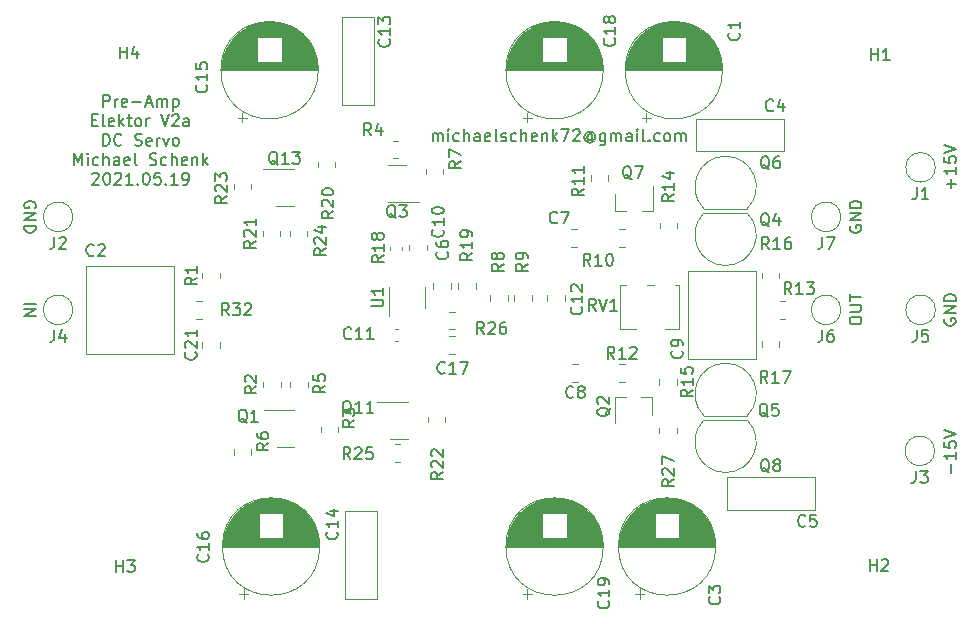
<source format=gbr>
G04 #@! TF.GenerationSoftware,KiCad,Pcbnew,(5.1.10-0-10_14)*
G04 #@! TF.CreationDate,2021-05-19T18:15:00+02:00*
G04 #@! TF.ProjectId,pre-amp-discret,7072652d-616d-4702-9d64-697363726574,rev?*
G04 #@! TF.SameCoordinates,Original*
G04 #@! TF.FileFunction,Legend,Top*
G04 #@! TF.FilePolarity,Positive*
%FSLAX46Y46*%
G04 Gerber Fmt 4.6, Leading zero omitted, Abs format (unit mm)*
G04 Created by KiCad (PCBNEW (5.1.10-0-10_14)) date 2021-05-19 18:15:00*
%MOMM*%
%LPD*%
G01*
G04 APERTURE LIST*
%ADD10C,0.150000*%
%ADD11C,0.120000*%
G04 APERTURE END LIST*
D10*
X200858428Y-135746904D02*
X200858428Y-134985000D01*
X201239380Y-133985000D02*
X201239380Y-134556428D01*
X201239380Y-134270714D02*
X200239380Y-134270714D01*
X200382238Y-134365952D01*
X200477476Y-134461190D01*
X200525095Y-134556428D01*
X200239380Y-133080238D02*
X200239380Y-133556428D01*
X200715571Y-133604047D01*
X200667952Y-133556428D01*
X200620333Y-133461190D01*
X200620333Y-133223095D01*
X200667952Y-133127857D01*
X200715571Y-133080238D01*
X200810809Y-133032619D01*
X201048904Y-133032619D01*
X201144142Y-133080238D01*
X201191761Y-133127857D01*
X201239380Y-133223095D01*
X201239380Y-133461190D01*
X201191761Y-133556428D01*
X201144142Y-133604047D01*
X200239380Y-132746904D02*
X201239380Y-132413571D01*
X200239380Y-132080238D01*
X156925714Y-107640380D02*
X156925714Y-106973714D01*
X156925714Y-107068952D02*
X156973333Y-107021333D01*
X157068571Y-106973714D01*
X157211428Y-106973714D01*
X157306666Y-107021333D01*
X157354285Y-107116571D01*
X157354285Y-107640380D01*
X157354285Y-107116571D02*
X157401904Y-107021333D01*
X157497142Y-106973714D01*
X157640000Y-106973714D01*
X157735238Y-107021333D01*
X157782857Y-107116571D01*
X157782857Y-107640380D01*
X158259047Y-107640380D02*
X158259047Y-106973714D01*
X158259047Y-106640380D02*
X158211428Y-106688000D01*
X158259047Y-106735619D01*
X158306666Y-106688000D01*
X158259047Y-106640380D01*
X158259047Y-106735619D01*
X159163809Y-107592761D02*
X159068571Y-107640380D01*
X158878095Y-107640380D01*
X158782857Y-107592761D01*
X158735238Y-107545142D01*
X158687619Y-107449904D01*
X158687619Y-107164190D01*
X158735238Y-107068952D01*
X158782857Y-107021333D01*
X158878095Y-106973714D01*
X159068571Y-106973714D01*
X159163809Y-107021333D01*
X159592380Y-107640380D02*
X159592380Y-106640380D01*
X160020952Y-107640380D02*
X160020952Y-107116571D01*
X159973333Y-107021333D01*
X159878095Y-106973714D01*
X159735238Y-106973714D01*
X159640000Y-107021333D01*
X159592380Y-107068952D01*
X160925714Y-107640380D02*
X160925714Y-107116571D01*
X160878095Y-107021333D01*
X160782857Y-106973714D01*
X160592380Y-106973714D01*
X160497142Y-107021333D01*
X160925714Y-107592761D02*
X160830476Y-107640380D01*
X160592380Y-107640380D01*
X160497142Y-107592761D01*
X160449523Y-107497523D01*
X160449523Y-107402285D01*
X160497142Y-107307047D01*
X160592380Y-107259428D01*
X160830476Y-107259428D01*
X160925714Y-107211809D01*
X161782857Y-107592761D02*
X161687619Y-107640380D01*
X161497142Y-107640380D01*
X161401904Y-107592761D01*
X161354285Y-107497523D01*
X161354285Y-107116571D01*
X161401904Y-107021333D01*
X161497142Y-106973714D01*
X161687619Y-106973714D01*
X161782857Y-107021333D01*
X161830476Y-107116571D01*
X161830476Y-107211809D01*
X161354285Y-107307047D01*
X162401904Y-107640380D02*
X162306666Y-107592761D01*
X162259047Y-107497523D01*
X162259047Y-106640380D01*
X162735238Y-107592761D02*
X162830476Y-107640380D01*
X163020952Y-107640380D01*
X163116190Y-107592761D01*
X163163809Y-107497523D01*
X163163809Y-107449904D01*
X163116190Y-107354666D01*
X163020952Y-107307047D01*
X162878095Y-107307047D01*
X162782857Y-107259428D01*
X162735238Y-107164190D01*
X162735238Y-107116571D01*
X162782857Y-107021333D01*
X162878095Y-106973714D01*
X163020952Y-106973714D01*
X163116190Y-107021333D01*
X164020952Y-107592761D02*
X163925714Y-107640380D01*
X163735238Y-107640380D01*
X163640000Y-107592761D01*
X163592380Y-107545142D01*
X163544761Y-107449904D01*
X163544761Y-107164190D01*
X163592380Y-107068952D01*
X163640000Y-107021333D01*
X163735238Y-106973714D01*
X163925714Y-106973714D01*
X164020952Y-107021333D01*
X164449523Y-107640380D02*
X164449523Y-106640380D01*
X164878095Y-107640380D02*
X164878095Y-107116571D01*
X164830476Y-107021333D01*
X164735238Y-106973714D01*
X164592380Y-106973714D01*
X164497142Y-107021333D01*
X164449523Y-107068952D01*
X165735238Y-107592761D02*
X165640000Y-107640380D01*
X165449523Y-107640380D01*
X165354285Y-107592761D01*
X165306666Y-107497523D01*
X165306666Y-107116571D01*
X165354285Y-107021333D01*
X165449523Y-106973714D01*
X165640000Y-106973714D01*
X165735238Y-107021333D01*
X165782857Y-107116571D01*
X165782857Y-107211809D01*
X165306666Y-107307047D01*
X166211428Y-106973714D02*
X166211428Y-107640380D01*
X166211428Y-107068952D02*
X166259047Y-107021333D01*
X166354285Y-106973714D01*
X166497142Y-106973714D01*
X166592380Y-107021333D01*
X166640000Y-107116571D01*
X166640000Y-107640380D01*
X167116190Y-107640380D02*
X167116190Y-106640380D01*
X167211428Y-107259428D02*
X167497142Y-107640380D01*
X167497142Y-106973714D02*
X167116190Y-107354666D01*
X167830476Y-106640380D02*
X168497142Y-106640380D01*
X168068571Y-107640380D01*
X168830476Y-106735619D02*
X168878095Y-106688000D01*
X168973333Y-106640380D01*
X169211428Y-106640380D01*
X169306666Y-106688000D01*
X169354285Y-106735619D01*
X169401904Y-106830857D01*
X169401904Y-106926095D01*
X169354285Y-107068952D01*
X168782857Y-107640380D01*
X169401904Y-107640380D01*
X170449523Y-107164190D02*
X170401904Y-107116571D01*
X170306666Y-107068952D01*
X170211428Y-107068952D01*
X170116190Y-107116571D01*
X170068571Y-107164190D01*
X170020952Y-107259428D01*
X170020952Y-107354666D01*
X170068571Y-107449904D01*
X170116190Y-107497523D01*
X170211428Y-107545142D01*
X170306666Y-107545142D01*
X170401904Y-107497523D01*
X170449523Y-107449904D01*
X170449523Y-107068952D02*
X170449523Y-107449904D01*
X170497142Y-107497523D01*
X170544761Y-107497523D01*
X170640000Y-107449904D01*
X170687619Y-107354666D01*
X170687619Y-107116571D01*
X170592380Y-106973714D01*
X170449523Y-106878476D01*
X170259047Y-106830857D01*
X170068571Y-106878476D01*
X169925714Y-106973714D01*
X169830476Y-107116571D01*
X169782857Y-107307047D01*
X169830476Y-107497523D01*
X169925714Y-107640380D01*
X170068571Y-107735619D01*
X170259047Y-107783238D01*
X170449523Y-107735619D01*
X170592380Y-107640380D01*
X171544761Y-106973714D02*
X171544761Y-107783238D01*
X171497142Y-107878476D01*
X171449523Y-107926095D01*
X171354285Y-107973714D01*
X171211428Y-107973714D01*
X171116190Y-107926095D01*
X171544761Y-107592761D02*
X171449523Y-107640380D01*
X171259047Y-107640380D01*
X171163809Y-107592761D01*
X171116190Y-107545142D01*
X171068571Y-107449904D01*
X171068571Y-107164190D01*
X171116190Y-107068952D01*
X171163809Y-107021333D01*
X171259047Y-106973714D01*
X171449523Y-106973714D01*
X171544761Y-107021333D01*
X172020952Y-107640380D02*
X172020952Y-106973714D01*
X172020952Y-107068952D02*
X172068571Y-107021333D01*
X172163809Y-106973714D01*
X172306666Y-106973714D01*
X172401904Y-107021333D01*
X172449523Y-107116571D01*
X172449523Y-107640380D01*
X172449523Y-107116571D02*
X172497142Y-107021333D01*
X172592380Y-106973714D01*
X172735238Y-106973714D01*
X172830476Y-107021333D01*
X172878095Y-107116571D01*
X172878095Y-107640380D01*
X173782857Y-107640380D02*
X173782857Y-107116571D01*
X173735238Y-107021333D01*
X173640000Y-106973714D01*
X173449523Y-106973714D01*
X173354285Y-107021333D01*
X173782857Y-107592761D02*
X173687619Y-107640380D01*
X173449523Y-107640380D01*
X173354285Y-107592761D01*
X173306666Y-107497523D01*
X173306666Y-107402285D01*
X173354285Y-107307047D01*
X173449523Y-107259428D01*
X173687619Y-107259428D01*
X173782857Y-107211809D01*
X174259047Y-107640380D02*
X174259047Y-106973714D01*
X174259047Y-106640380D02*
X174211428Y-106688000D01*
X174259047Y-106735619D01*
X174306666Y-106688000D01*
X174259047Y-106640380D01*
X174259047Y-106735619D01*
X174878095Y-107640380D02*
X174782857Y-107592761D01*
X174735238Y-107497523D01*
X174735238Y-106640380D01*
X175259047Y-107545142D02*
X175306666Y-107592761D01*
X175259047Y-107640380D01*
X175211428Y-107592761D01*
X175259047Y-107545142D01*
X175259047Y-107640380D01*
X176163809Y-107592761D02*
X176068571Y-107640380D01*
X175878095Y-107640380D01*
X175782857Y-107592761D01*
X175735238Y-107545142D01*
X175687619Y-107449904D01*
X175687619Y-107164190D01*
X175735238Y-107068952D01*
X175782857Y-107021333D01*
X175878095Y-106973714D01*
X176068571Y-106973714D01*
X176163809Y-107021333D01*
X176735238Y-107640380D02*
X176640000Y-107592761D01*
X176592380Y-107545142D01*
X176544761Y-107449904D01*
X176544761Y-107164190D01*
X176592380Y-107068952D01*
X176640000Y-107021333D01*
X176735238Y-106973714D01*
X176878095Y-106973714D01*
X176973333Y-107021333D01*
X177020952Y-107068952D01*
X177068571Y-107164190D01*
X177068571Y-107449904D01*
X177020952Y-107545142D01*
X176973333Y-107592761D01*
X176878095Y-107640380D01*
X176735238Y-107640380D01*
X177497142Y-107640380D02*
X177497142Y-106973714D01*
X177497142Y-107068952D02*
X177544761Y-107021333D01*
X177640000Y-106973714D01*
X177782857Y-106973714D01*
X177878095Y-107021333D01*
X177925714Y-107116571D01*
X177925714Y-107640380D01*
X177925714Y-107116571D02*
X177973333Y-107021333D01*
X178068571Y-106973714D01*
X178211428Y-106973714D01*
X178306666Y-107021333D01*
X178354285Y-107116571D01*
X178354285Y-107640380D01*
X129040333Y-104721380D02*
X129040333Y-103721380D01*
X129421285Y-103721380D01*
X129516523Y-103769000D01*
X129564142Y-103816619D01*
X129611761Y-103911857D01*
X129611761Y-104054714D01*
X129564142Y-104149952D01*
X129516523Y-104197571D01*
X129421285Y-104245190D01*
X129040333Y-104245190D01*
X130040333Y-104721380D02*
X130040333Y-104054714D01*
X130040333Y-104245190D02*
X130087952Y-104149952D01*
X130135571Y-104102333D01*
X130230809Y-104054714D01*
X130326047Y-104054714D01*
X131040333Y-104673761D02*
X130945095Y-104721380D01*
X130754619Y-104721380D01*
X130659380Y-104673761D01*
X130611761Y-104578523D01*
X130611761Y-104197571D01*
X130659380Y-104102333D01*
X130754619Y-104054714D01*
X130945095Y-104054714D01*
X131040333Y-104102333D01*
X131087952Y-104197571D01*
X131087952Y-104292809D01*
X130611761Y-104388047D01*
X131516523Y-104340428D02*
X132278428Y-104340428D01*
X132707000Y-104435666D02*
X133183190Y-104435666D01*
X132611761Y-104721380D02*
X132945095Y-103721380D01*
X133278428Y-104721380D01*
X133611761Y-104721380D02*
X133611761Y-104054714D01*
X133611761Y-104149952D02*
X133659380Y-104102333D01*
X133754619Y-104054714D01*
X133897476Y-104054714D01*
X133992714Y-104102333D01*
X134040333Y-104197571D01*
X134040333Y-104721380D01*
X134040333Y-104197571D02*
X134087952Y-104102333D01*
X134183190Y-104054714D01*
X134326047Y-104054714D01*
X134421285Y-104102333D01*
X134468904Y-104197571D01*
X134468904Y-104721380D01*
X134945095Y-104054714D02*
X134945095Y-105054714D01*
X134945095Y-104102333D02*
X135040333Y-104054714D01*
X135230809Y-104054714D01*
X135326047Y-104102333D01*
X135373666Y-104149952D01*
X135421285Y-104245190D01*
X135421285Y-104530904D01*
X135373666Y-104626142D01*
X135326047Y-104673761D01*
X135230809Y-104721380D01*
X135040333Y-104721380D01*
X134945095Y-104673761D01*
X128111761Y-105847571D02*
X128445095Y-105847571D01*
X128587952Y-106371380D02*
X128111761Y-106371380D01*
X128111761Y-105371380D01*
X128587952Y-105371380D01*
X129159380Y-106371380D02*
X129064142Y-106323761D01*
X129016523Y-106228523D01*
X129016523Y-105371380D01*
X129921285Y-106323761D02*
X129826047Y-106371380D01*
X129635571Y-106371380D01*
X129540333Y-106323761D01*
X129492714Y-106228523D01*
X129492714Y-105847571D01*
X129540333Y-105752333D01*
X129635571Y-105704714D01*
X129826047Y-105704714D01*
X129921285Y-105752333D01*
X129968904Y-105847571D01*
X129968904Y-105942809D01*
X129492714Y-106038047D01*
X130397476Y-106371380D02*
X130397476Y-105371380D01*
X130492714Y-105990428D02*
X130778428Y-106371380D01*
X130778428Y-105704714D02*
X130397476Y-106085666D01*
X131064142Y-105704714D02*
X131445095Y-105704714D01*
X131207000Y-105371380D02*
X131207000Y-106228523D01*
X131254619Y-106323761D01*
X131349857Y-106371380D01*
X131445095Y-106371380D01*
X131921285Y-106371380D02*
X131826047Y-106323761D01*
X131778428Y-106276142D01*
X131730809Y-106180904D01*
X131730809Y-105895190D01*
X131778428Y-105799952D01*
X131826047Y-105752333D01*
X131921285Y-105704714D01*
X132064142Y-105704714D01*
X132159380Y-105752333D01*
X132207000Y-105799952D01*
X132254619Y-105895190D01*
X132254619Y-106180904D01*
X132207000Y-106276142D01*
X132159380Y-106323761D01*
X132064142Y-106371380D01*
X131921285Y-106371380D01*
X132683190Y-106371380D02*
X132683190Y-105704714D01*
X132683190Y-105895190D02*
X132730809Y-105799952D01*
X132778428Y-105752333D01*
X132873666Y-105704714D01*
X132968904Y-105704714D01*
X133921285Y-105371380D02*
X134254619Y-106371380D01*
X134587952Y-105371380D01*
X134873666Y-105466619D02*
X134921285Y-105419000D01*
X135016523Y-105371380D01*
X135254619Y-105371380D01*
X135349857Y-105419000D01*
X135397476Y-105466619D01*
X135445095Y-105561857D01*
X135445095Y-105657095D01*
X135397476Y-105799952D01*
X134826047Y-106371380D01*
X135445095Y-106371380D01*
X136302238Y-106371380D02*
X136302238Y-105847571D01*
X136254619Y-105752333D01*
X136159380Y-105704714D01*
X135968904Y-105704714D01*
X135873666Y-105752333D01*
X136302238Y-106323761D02*
X136207000Y-106371380D01*
X135968904Y-106371380D01*
X135873666Y-106323761D01*
X135826047Y-106228523D01*
X135826047Y-106133285D01*
X135873666Y-106038047D01*
X135968904Y-105990428D01*
X136207000Y-105990428D01*
X136302238Y-105942809D01*
X129016523Y-108021380D02*
X129016523Y-107021380D01*
X129254619Y-107021380D01*
X129397476Y-107069000D01*
X129492714Y-107164238D01*
X129540333Y-107259476D01*
X129587952Y-107449952D01*
X129587952Y-107592809D01*
X129540333Y-107783285D01*
X129492714Y-107878523D01*
X129397476Y-107973761D01*
X129254619Y-108021380D01*
X129016523Y-108021380D01*
X130587952Y-107926142D02*
X130540333Y-107973761D01*
X130397476Y-108021380D01*
X130302238Y-108021380D01*
X130159380Y-107973761D01*
X130064142Y-107878523D01*
X130016523Y-107783285D01*
X129968904Y-107592809D01*
X129968904Y-107449952D01*
X130016523Y-107259476D01*
X130064142Y-107164238D01*
X130159380Y-107069000D01*
X130302238Y-107021380D01*
X130397476Y-107021380D01*
X130540333Y-107069000D01*
X130587952Y-107116619D01*
X131730809Y-107973761D02*
X131873666Y-108021380D01*
X132111761Y-108021380D01*
X132207000Y-107973761D01*
X132254619Y-107926142D01*
X132302238Y-107830904D01*
X132302238Y-107735666D01*
X132254619Y-107640428D01*
X132207000Y-107592809D01*
X132111761Y-107545190D01*
X131921285Y-107497571D01*
X131826047Y-107449952D01*
X131778428Y-107402333D01*
X131730809Y-107307095D01*
X131730809Y-107211857D01*
X131778428Y-107116619D01*
X131826047Y-107069000D01*
X131921285Y-107021380D01*
X132159380Y-107021380D01*
X132302238Y-107069000D01*
X133111761Y-107973761D02*
X133016523Y-108021380D01*
X132826047Y-108021380D01*
X132730809Y-107973761D01*
X132683190Y-107878523D01*
X132683190Y-107497571D01*
X132730809Y-107402333D01*
X132826047Y-107354714D01*
X133016523Y-107354714D01*
X133111761Y-107402333D01*
X133159380Y-107497571D01*
X133159380Y-107592809D01*
X132683190Y-107688047D01*
X133587952Y-108021380D02*
X133587952Y-107354714D01*
X133587952Y-107545190D02*
X133635571Y-107449952D01*
X133683190Y-107402333D01*
X133778428Y-107354714D01*
X133873666Y-107354714D01*
X134111761Y-107354714D02*
X134349857Y-108021380D01*
X134587952Y-107354714D01*
X135111761Y-108021380D02*
X135016523Y-107973761D01*
X134968904Y-107926142D01*
X134921285Y-107830904D01*
X134921285Y-107545190D01*
X134968904Y-107449952D01*
X135016523Y-107402333D01*
X135111761Y-107354714D01*
X135254619Y-107354714D01*
X135349857Y-107402333D01*
X135397476Y-107449952D01*
X135445095Y-107545190D01*
X135445095Y-107830904D01*
X135397476Y-107926142D01*
X135349857Y-107973761D01*
X135254619Y-108021380D01*
X135111761Y-108021380D01*
X126587952Y-109671380D02*
X126587952Y-108671380D01*
X126921285Y-109385666D01*
X127254619Y-108671380D01*
X127254619Y-109671380D01*
X127730809Y-109671380D02*
X127730809Y-109004714D01*
X127730809Y-108671380D02*
X127683190Y-108719000D01*
X127730809Y-108766619D01*
X127778428Y-108719000D01*
X127730809Y-108671380D01*
X127730809Y-108766619D01*
X128635571Y-109623761D02*
X128540333Y-109671380D01*
X128349857Y-109671380D01*
X128254619Y-109623761D01*
X128207000Y-109576142D01*
X128159380Y-109480904D01*
X128159380Y-109195190D01*
X128207000Y-109099952D01*
X128254619Y-109052333D01*
X128349857Y-109004714D01*
X128540333Y-109004714D01*
X128635571Y-109052333D01*
X129064142Y-109671380D02*
X129064142Y-108671380D01*
X129492714Y-109671380D02*
X129492714Y-109147571D01*
X129445095Y-109052333D01*
X129349857Y-109004714D01*
X129207000Y-109004714D01*
X129111761Y-109052333D01*
X129064142Y-109099952D01*
X130397476Y-109671380D02*
X130397476Y-109147571D01*
X130349857Y-109052333D01*
X130254619Y-109004714D01*
X130064142Y-109004714D01*
X129968904Y-109052333D01*
X130397476Y-109623761D02*
X130302238Y-109671380D01*
X130064142Y-109671380D01*
X129968904Y-109623761D01*
X129921285Y-109528523D01*
X129921285Y-109433285D01*
X129968904Y-109338047D01*
X130064142Y-109290428D01*
X130302238Y-109290428D01*
X130397476Y-109242809D01*
X131254619Y-109623761D02*
X131159380Y-109671380D01*
X130968904Y-109671380D01*
X130873666Y-109623761D01*
X130826047Y-109528523D01*
X130826047Y-109147571D01*
X130873666Y-109052333D01*
X130968904Y-109004714D01*
X131159380Y-109004714D01*
X131254619Y-109052333D01*
X131302238Y-109147571D01*
X131302238Y-109242809D01*
X130826047Y-109338047D01*
X131873666Y-109671380D02*
X131778428Y-109623761D01*
X131730809Y-109528523D01*
X131730809Y-108671380D01*
X132968904Y-109623761D02*
X133111761Y-109671380D01*
X133349857Y-109671380D01*
X133445095Y-109623761D01*
X133492714Y-109576142D01*
X133540333Y-109480904D01*
X133540333Y-109385666D01*
X133492714Y-109290428D01*
X133445095Y-109242809D01*
X133349857Y-109195190D01*
X133159380Y-109147571D01*
X133064142Y-109099952D01*
X133016523Y-109052333D01*
X132968904Y-108957095D01*
X132968904Y-108861857D01*
X133016523Y-108766619D01*
X133064142Y-108719000D01*
X133159380Y-108671380D01*
X133397476Y-108671380D01*
X133540333Y-108719000D01*
X134397476Y-109623761D02*
X134302238Y-109671380D01*
X134111761Y-109671380D01*
X134016523Y-109623761D01*
X133968904Y-109576142D01*
X133921285Y-109480904D01*
X133921285Y-109195190D01*
X133968904Y-109099952D01*
X134016523Y-109052333D01*
X134111761Y-109004714D01*
X134302238Y-109004714D01*
X134397476Y-109052333D01*
X134826047Y-109671380D02*
X134826047Y-108671380D01*
X135254619Y-109671380D02*
X135254619Y-109147571D01*
X135207000Y-109052333D01*
X135111761Y-109004714D01*
X134968904Y-109004714D01*
X134873666Y-109052333D01*
X134826047Y-109099952D01*
X136111761Y-109623761D02*
X136016523Y-109671380D01*
X135826047Y-109671380D01*
X135730809Y-109623761D01*
X135683190Y-109528523D01*
X135683190Y-109147571D01*
X135730809Y-109052333D01*
X135826047Y-109004714D01*
X136016523Y-109004714D01*
X136111761Y-109052333D01*
X136159380Y-109147571D01*
X136159380Y-109242809D01*
X135683190Y-109338047D01*
X136587952Y-109004714D02*
X136587952Y-109671380D01*
X136587952Y-109099952D02*
X136635571Y-109052333D01*
X136730809Y-109004714D01*
X136873666Y-109004714D01*
X136968904Y-109052333D01*
X137016523Y-109147571D01*
X137016523Y-109671380D01*
X137492714Y-109671380D02*
X137492714Y-108671380D01*
X137587952Y-109290428D02*
X137873666Y-109671380D01*
X137873666Y-109004714D02*
X137492714Y-109385666D01*
X128111761Y-110416619D02*
X128159380Y-110369000D01*
X128254619Y-110321380D01*
X128492714Y-110321380D01*
X128587952Y-110369000D01*
X128635571Y-110416619D01*
X128683190Y-110511857D01*
X128683190Y-110607095D01*
X128635571Y-110749952D01*
X128064142Y-111321380D01*
X128683190Y-111321380D01*
X129302238Y-110321380D02*
X129397476Y-110321380D01*
X129492714Y-110369000D01*
X129540333Y-110416619D01*
X129587952Y-110511857D01*
X129635571Y-110702333D01*
X129635571Y-110940428D01*
X129587952Y-111130904D01*
X129540333Y-111226142D01*
X129492714Y-111273761D01*
X129397476Y-111321380D01*
X129302238Y-111321380D01*
X129207000Y-111273761D01*
X129159380Y-111226142D01*
X129111761Y-111130904D01*
X129064142Y-110940428D01*
X129064142Y-110702333D01*
X129111761Y-110511857D01*
X129159380Y-110416619D01*
X129207000Y-110369000D01*
X129302238Y-110321380D01*
X130016523Y-110416619D02*
X130064142Y-110369000D01*
X130159380Y-110321380D01*
X130397476Y-110321380D01*
X130492714Y-110369000D01*
X130540333Y-110416619D01*
X130587952Y-110511857D01*
X130587952Y-110607095D01*
X130540333Y-110749952D01*
X129968904Y-111321380D01*
X130587952Y-111321380D01*
X131540333Y-111321380D02*
X130968904Y-111321380D01*
X131254619Y-111321380D02*
X131254619Y-110321380D01*
X131159380Y-110464238D01*
X131064142Y-110559476D01*
X130968904Y-110607095D01*
X131968904Y-111226142D02*
X132016523Y-111273761D01*
X131968904Y-111321380D01*
X131921285Y-111273761D01*
X131968904Y-111226142D01*
X131968904Y-111321380D01*
X132635571Y-110321380D02*
X132730809Y-110321380D01*
X132826047Y-110369000D01*
X132873666Y-110416619D01*
X132921285Y-110511857D01*
X132968904Y-110702333D01*
X132968904Y-110940428D01*
X132921285Y-111130904D01*
X132873666Y-111226142D01*
X132826047Y-111273761D01*
X132730809Y-111321380D01*
X132635571Y-111321380D01*
X132540333Y-111273761D01*
X132492714Y-111226142D01*
X132445095Y-111130904D01*
X132397476Y-110940428D01*
X132397476Y-110702333D01*
X132445095Y-110511857D01*
X132492714Y-110416619D01*
X132540333Y-110369000D01*
X132635571Y-110321380D01*
X133873666Y-110321380D02*
X133397476Y-110321380D01*
X133349857Y-110797571D01*
X133397476Y-110749952D01*
X133492714Y-110702333D01*
X133730809Y-110702333D01*
X133826047Y-110749952D01*
X133873666Y-110797571D01*
X133921285Y-110892809D01*
X133921285Y-111130904D01*
X133873666Y-111226142D01*
X133826047Y-111273761D01*
X133730809Y-111321380D01*
X133492714Y-111321380D01*
X133397476Y-111273761D01*
X133349857Y-111226142D01*
X134349857Y-111226142D02*
X134397476Y-111273761D01*
X134349857Y-111321380D01*
X134302238Y-111273761D01*
X134349857Y-111226142D01*
X134349857Y-111321380D01*
X135349857Y-111321380D02*
X134778428Y-111321380D01*
X135064142Y-111321380D02*
X135064142Y-110321380D01*
X134968904Y-110464238D01*
X134873666Y-110559476D01*
X134778428Y-110607095D01*
X135826047Y-111321380D02*
X136016523Y-111321380D01*
X136111761Y-111273761D01*
X136159380Y-111226142D01*
X136254619Y-111083285D01*
X136302238Y-110892809D01*
X136302238Y-110511857D01*
X136254619Y-110416619D01*
X136207000Y-110369000D01*
X136111761Y-110321380D01*
X135921285Y-110321380D01*
X135826047Y-110369000D01*
X135778428Y-110416619D01*
X135730809Y-110511857D01*
X135730809Y-110749952D01*
X135778428Y-110845190D01*
X135826047Y-110892809D01*
X135921285Y-110940428D01*
X136111761Y-110940428D01*
X136207000Y-110892809D01*
X136254619Y-110845190D01*
X136302238Y-110749952D01*
X192286000Y-114807904D02*
X192238380Y-114903142D01*
X192238380Y-115046000D01*
X192286000Y-115188857D01*
X192381238Y-115284095D01*
X192476476Y-115331714D01*
X192666952Y-115379333D01*
X192809809Y-115379333D01*
X193000285Y-115331714D01*
X193095523Y-115284095D01*
X193190761Y-115188857D01*
X193238380Y-115046000D01*
X193238380Y-114950761D01*
X193190761Y-114807904D01*
X193143142Y-114760285D01*
X192809809Y-114760285D01*
X192809809Y-114950761D01*
X193238380Y-114331714D02*
X192238380Y-114331714D01*
X193238380Y-113760285D01*
X192238380Y-113760285D01*
X193238380Y-113284095D02*
X192238380Y-113284095D01*
X192238380Y-113046000D01*
X192286000Y-112903142D01*
X192381238Y-112807904D01*
X192476476Y-112760285D01*
X192666952Y-112712666D01*
X192809809Y-112712666D01*
X193000285Y-112760285D01*
X193095523Y-112807904D01*
X193190761Y-112903142D01*
X193238380Y-113046000D01*
X193238380Y-113284095D01*
X192238380Y-122920000D02*
X192238380Y-122729523D01*
X192286000Y-122634285D01*
X192381238Y-122539047D01*
X192571714Y-122491428D01*
X192905047Y-122491428D01*
X193095523Y-122539047D01*
X193190761Y-122634285D01*
X193238380Y-122729523D01*
X193238380Y-122920000D01*
X193190761Y-123015238D01*
X193095523Y-123110476D01*
X192905047Y-123158095D01*
X192571714Y-123158095D01*
X192381238Y-123110476D01*
X192286000Y-123015238D01*
X192238380Y-122920000D01*
X192238380Y-122062857D02*
X193047904Y-122062857D01*
X193143142Y-122015238D01*
X193190761Y-121967619D01*
X193238380Y-121872380D01*
X193238380Y-121681904D01*
X193190761Y-121586666D01*
X193143142Y-121539047D01*
X193047904Y-121491428D01*
X192238380Y-121491428D01*
X192238380Y-121158095D02*
X192238380Y-120586666D01*
X193238380Y-120872380D02*
X192238380Y-120872380D01*
X123309000Y-113284095D02*
X123356619Y-113188857D01*
X123356619Y-113046000D01*
X123309000Y-112903142D01*
X123213761Y-112807904D01*
X123118523Y-112760285D01*
X122928047Y-112712666D01*
X122785190Y-112712666D01*
X122594714Y-112760285D01*
X122499476Y-112807904D01*
X122404238Y-112903142D01*
X122356619Y-113046000D01*
X122356619Y-113141238D01*
X122404238Y-113284095D01*
X122451857Y-113331714D01*
X122785190Y-113331714D01*
X122785190Y-113141238D01*
X122356619Y-113760285D02*
X123356619Y-113760285D01*
X122356619Y-114331714D01*
X123356619Y-114331714D01*
X122356619Y-114807904D02*
X123356619Y-114807904D01*
X123356619Y-115046000D01*
X123309000Y-115188857D01*
X123213761Y-115284095D01*
X123118523Y-115331714D01*
X122928047Y-115379333D01*
X122785190Y-115379333D01*
X122594714Y-115331714D01*
X122499476Y-115284095D01*
X122404238Y-115188857D01*
X122356619Y-115046000D01*
X122356619Y-114807904D01*
X122356619Y-121396190D02*
X123356619Y-121396190D01*
X122356619Y-121872380D02*
X123356619Y-121872380D01*
X122356619Y-122443809D01*
X123356619Y-122443809D01*
X200287000Y-122681904D02*
X200239380Y-122777142D01*
X200239380Y-122920000D01*
X200287000Y-123062857D01*
X200382238Y-123158095D01*
X200477476Y-123205714D01*
X200667952Y-123253333D01*
X200810809Y-123253333D01*
X201001285Y-123205714D01*
X201096523Y-123158095D01*
X201191761Y-123062857D01*
X201239380Y-122920000D01*
X201239380Y-122824761D01*
X201191761Y-122681904D01*
X201144142Y-122634285D01*
X200810809Y-122634285D01*
X200810809Y-122824761D01*
X201239380Y-122205714D02*
X200239380Y-122205714D01*
X201239380Y-121634285D01*
X200239380Y-121634285D01*
X201239380Y-121158095D02*
X200239380Y-121158095D01*
X200239380Y-120920000D01*
X200287000Y-120777142D01*
X200382238Y-120681904D01*
X200477476Y-120634285D01*
X200667952Y-120586666D01*
X200810809Y-120586666D01*
X201001285Y-120634285D01*
X201096523Y-120681904D01*
X201191761Y-120777142D01*
X201239380Y-120920000D01*
X201239380Y-121158095D01*
X200858428Y-111616904D02*
X200858428Y-110855000D01*
X201239380Y-111235952D02*
X200477476Y-111235952D01*
X201239380Y-109855000D02*
X201239380Y-110426428D01*
X201239380Y-110140714D02*
X200239380Y-110140714D01*
X200382238Y-110235952D01*
X200477476Y-110331190D01*
X200525095Y-110426428D01*
X200239380Y-108950238D02*
X200239380Y-109426428D01*
X200715571Y-109474047D01*
X200667952Y-109426428D01*
X200620333Y-109331190D01*
X200620333Y-109093095D01*
X200667952Y-108997857D01*
X200715571Y-108950238D01*
X200810809Y-108902619D01*
X201048904Y-108902619D01*
X201144142Y-108950238D01*
X201191761Y-108997857D01*
X201239380Y-109093095D01*
X201239380Y-109331190D01*
X201191761Y-109426428D01*
X201144142Y-109474047D01*
X200239380Y-108616904D02*
X201239380Y-108283571D01*
X200239380Y-107950238D01*
D11*
X156307000Y-121744000D02*
X156307000Y-119984000D01*
X153237000Y-119984000D02*
X153237000Y-122414000D01*
X158802564Y-123544000D02*
X158348436Y-123544000D01*
X158802564Y-122074000D02*
X158348436Y-122074000D01*
X159094500Y-120131064D02*
X159094500Y-119676936D01*
X160564500Y-120131064D02*
X160564500Y-119676936D01*
X154967000Y-116892564D02*
X154967000Y-116438436D01*
X156437000Y-116892564D02*
X156437000Y-116438436D01*
X158862752Y-125639500D02*
X158340248Y-125639500D01*
X158862752Y-124169500D02*
X158340248Y-124169500D01*
X153740733Y-123505500D02*
X154033267Y-123505500D01*
X153740733Y-124525500D02*
X154033267Y-124525500D01*
X154307000Y-116593233D02*
X154307000Y-116885767D01*
X153287000Y-116593233D02*
X153287000Y-116885767D01*
X156999000Y-120127752D02*
X156999000Y-119605248D01*
X158469000Y-120127752D02*
X158469000Y-119605248D01*
X177800000Y-119806000D02*
X177800000Y-123546000D01*
X172760000Y-119806000D02*
X172760000Y-123546000D01*
X176620000Y-123546000D02*
X177800000Y-123546000D01*
X172760000Y-123546000D02*
X174140000Y-123546000D01*
X175120000Y-119806000D02*
X175640000Y-119806000D01*
X172760000Y-119806000D02*
X173341000Y-119806000D01*
X177420000Y-119806000D02*
X177800000Y-119806000D01*
X138911000Y-119242064D02*
X138911000Y-118787936D01*
X137441000Y-119242064D02*
X137441000Y-118787936D01*
X137387064Y-121185000D02*
X136932936Y-121185000D01*
X137387064Y-122655000D02*
X136932936Y-122655000D01*
X138911000Y-125123752D02*
X138911000Y-124601248D01*
X137441000Y-125123752D02*
X137441000Y-124601248D01*
X147474000Y-131836936D02*
X147474000Y-132291064D01*
X148944000Y-131836936D02*
X148944000Y-132291064D01*
X161825000Y-120692936D02*
X161825000Y-121147064D01*
X163295000Y-120692936D02*
X163295000Y-121147064D01*
X169276752Y-126519000D02*
X168754248Y-126519000D01*
X169276752Y-127989000D02*
X168754248Y-127989000D01*
X168627248Y-116559000D02*
X169149752Y-116559000D01*
X168627248Y-115089000D02*
X169149752Y-115089000D01*
X186687000Y-108494500D02*
X179247000Y-108494500D01*
X186687000Y-105754500D02*
X179247000Y-105754500D01*
X186687000Y-108494500D02*
X186687000Y-105754500D01*
X179247000Y-108494500D02*
X179247000Y-105754500D01*
X178549500Y-126044500D02*
X178549500Y-118604500D01*
X184289500Y-126044500D02*
X184289500Y-118604500D01*
X178549500Y-126044500D02*
X184289500Y-126044500D01*
X178549500Y-118604500D02*
X184289500Y-118604500D01*
X186282000Y-124597936D02*
X186282000Y-125052064D01*
X184812000Y-124597936D02*
X184812000Y-125052064D01*
X186282000Y-118787936D02*
X186282000Y-119242064D01*
X184812000Y-118787936D02*
X184812000Y-119242064D01*
X177582500Y-127804936D02*
X177582500Y-128259064D01*
X176112500Y-127804936D02*
X176112500Y-128259064D01*
X177646000Y-114564936D02*
X177646000Y-115019064D01*
X176176000Y-114564936D02*
X176176000Y-115019064D01*
X172730936Y-126519000D02*
X173185064Y-126519000D01*
X172730936Y-127989000D02*
X173185064Y-127989000D01*
X173185064Y-116559000D02*
X172730936Y-116559000D01*
X173185064Y-115089000D02*
X172730936Y-115089000D01*
X183537000Y-131246000D02*
X179937000Y-131246000D01*
X179898522Y-131257522D02*
G75*
G03*
X181737000Y-135696000I1838478J-1838478D01*
G01*
X183575478Y-131257522D02*
G75*
G02*
X181737000Y-135696000I-1838478J-1838478D01*
G01*
X179937000Y-113356000D02*
X183537000Y-113356000D01*
X183575478Y-113344478D02*
G75*
G03*
X181737000Y-108906000I-1838478J1838478D01*
G01*
X179898522Y-113344478D02*
G75*
G02*
X181737000Y-108906000I1838478J1838478D01*
G01*
X179937000Y-130882000D02*
X183537000Y-130882000D01*
X183575478Y-130870478D02*
G75*
G03*
X181737000Y-126432000I-1838478J1838478D01*
G01*
X179898522Y-130870478D02*
G75*
G02*
X181737000Y-126432000I1838478J1838478D01*
G01*
X183537000Y-113720000D02*
X179937000Y-113720000D01*
X179898522Y-113731522D02*
G75*
G03*
X181737000Y-118170000I1838478J-1838478D01*
G01*
X183575478Y-113731522D02*
G75*
G02*
X181737000Y-118170000I-1838478J-1838478D01*
G01*
X175506500Y-129335500D02*
X174576500Y-129335500D01*
X172346500Y-129335500D02*
X173276500Y-129335500D01*
X172346500Y-129335500D02*
X172346500Y-131495500D01*
X175506500Y-129335500D02*
X175506500Y-130795500D01*
X144468000Y-130390500D02*
X142618000Y-130390500D01*
X144468000Y-130390500D02*
X145218000Y-130390500D01*
X144468000Y-133510500D02*
X143718000Y-133510500D01*
X144468000Y-133510500D02*
X145218000Y-133510500D01*
X153918500Y-112758700D02*
X155768500Y-112758700D01*
X153918500Y-112758700D02*
X153168500Y-112758700D01*
X153918500Y-109638700D02*
X154668500Y-109638700D01*
X153918500Y-109638700D02*
X153168500Y-109638700D01*
X144444300Y-109986600D02*
X142594300Y-109986600D01*
X144444300Y-109986600D02*
X145194300Y-109986600D01*
X144444300Y-113106600D02*
X143694300Y-113106600D01*
X144444300Y-113106600D02*
X145194300Y-113106600D01*
X154104300Y-129704700D02*
X152254300Y-129704700D01*
X154104300Y-129704700D02*
X154854300Y-129704700D01*
X154104300Y-132824700D02*
X153354300Y-132824700D01*
X154104300Y-132824700D02*
X154854300Y-132824700D01*
X174640500Y-105637698D02*
X175440500Y-105637698D01*
X175040500Y-106037698D02*
X175040500Y-105237698D01*
X176822500Y-97547000D02*
X177888500Y-97547000D01*
X176587500Y-97587000D02*
X178123500Y-97587000D01*
X176407500Y-97627000D02*
X178303500Y-97627000D01*
X176257500Y-97667000D02*
X178453500Y-97667000D01*
X176126500Y-97707000D02*
X178584500Y-97707000D01*
X176009500Y-97747000D02*
X178701500Y-97747000D01*
X175902500Y-97787000D02*
X178808500Y-97787000D01*
X175803500Y-97827000D02*
X178907500Y-97827000D01*
X175710500Y-97867000D02*
X179000500Y-97867000D01*
X175624500Y-97907000D02*
X179086500Y-97907000D01*
X175542500Y-97947000D02*
X179168500Y-97947000D01*
X175465500Y-97987000D02*
X179245500Y-97987000D01*
X175391500Y-98027000D02*
X179319500Y-98027000D01*
X175321500Y-98067000D02*
X179389500Y-98067000D01*
X175253500Y-98107000D02*
X179457500Y-98107000D01*
X175189500Y-98147000D02*
X179521500Y-98147000D01*
X175127500Y-98187000D02*
X179583500Y-98187000D01*
X175068500Y-98227000D02*
X179642500Y-98227000D01*
X175010500Y-98267000D02*
X179700500Y-98267000D01*
X174955500Y-98307000D02*
X179755500Y-98307000D01*
X174901500Y-98347000D02*
X179809500Y-98347000D01*
X174850500Y-98387000D02*
X179860500Y-98387000D01*
X174799500Y-98427000D02*
X179911500Y-98427000D01*
X174751500Y-98467000D02*
X179959500Y-98467000D01*
X174704500Y-98507000D02*
X180006500Y-98507000D01*
X174658500Y-98547000D02*
X180052500Y-98547000D01*
X174614500Y-98587000D02*
X180096500Y-98587000D01*
X174571500Y-98627000D02*
X180139500Y-98627000D01*
X174529500Y-98667000D02*
X180181500Y-98667000D01*
X174488500Y-98707000D02*
X180222500Y-98707000D01*
X174448500Y-98747000D02*
X180262500Y-98747000D01*
X174410500Y-98787000D02*
X180300500Y-98787000D01*
X174372500Y-98827000D02*
X180338500Y-98827000D01*
X178395500Y-98867000D02*
X180374500Y-98867000D01*
X174336500Y-98867000D02*
X176315500Y-98867000D01*
X178395500Y-98907000D02*
X180410500Y-98907000D01*
X174300500Y-98907000D02*
X176315500Y-98907000D01*
X178395500Y-98947000D02*
X180445500Y-98947000D01*
X174265500Y-98947000D02*
X176315500Y-98947000D01*
X178395500Y-98987000D02*
X180479500Y-98987000D01*
X174231500Y-98987000D02*
X176315500Y-98987000D01*
X178395500Y-99027000D02*
X180511500Y-99027000D01*
X174199500Y-99027000D02*
X176315500Y-99027000D01*
X178395500Y-99067000D02*
X180544500Y-99067000D01*
X174166500Y-99067000D02*
X176315500Y-99067000D01*
X178395500Y-99107000D02*
X180575500Y-99107000D01*
X174135500Y-99107000D02*
X176315500Y-99107000D01*
X178395500Y-99147000D02*
X180605500Y-99147000D01*
X174105500Y-99147000D02*
X176315500Y-99147000D01*
X178395500Y-99187000D02*
X180635500Y-99187000D01*
X174075500Y-99187000D02*
X176315500Y-99187000D01*
X178395500Y-99227000D02*
X180664500Y-99227000D01*
X174046500Y-99227000D02*
X176315500Y-99227000D01*
X178395500Y-99267000D02*
X180693500Y-99267000D01*
X174017500Y-99267000D02*
X176315500Y-99267000D01*
X178395500Y-99307000D02*
X180720500Y-99307000D01*
X173990500Y-99307000D02*
X176315500Y-99307000D01*
X178395500Y-99347000D02*
X180747500Y-99347000D01*
X173963500Y-99347000D02*
X176315500Y-99347000D01*
X178395500Y-99387000D02*
X180773500Y-99387000D01*
X173937500Y-99387000D02*
X176315500Y-99387000D01*
X178395500Y-99427000D02*
X180799500Y-99427000D01*
X173911500Y-99427000D02*
X176315500Y-99427000D01*
X178395500Y-99467000D02*
X180824500Y-99467000D01*
X173886500Y-99467000D02*
X176315500Y-99467000D01*
X178395500Y-99507000D02*
X180848500Y-99507000D01*
X173862500Y-99507000D02*
X176315500Y-99507000D01*
X178395500Y-99547000D02*
X180872500Y-99547000D01*
X173838500Y-99547000D02*
X176315500Y-99547000D01*
X178395500Y-99587000D02*
X180895500Y-99587000D01*
X173815500Y-99587000D02*
X176315500Y-99587000D01*
X178395500Y-99627000D02*
X180917500Y-99627000D01*
X173793500Y-99627000D02*
X176315500Y-99627000D01*
X178395500Y-99667000D02*
X180939500Y-99667000D01*
X173771500Y-99667000D02*
X176315500Y-99667000D01*
X178395500Y-99707000D02*
X180961500Y-99707000D01*
X173749500Y-99707000D02*
X176315500Y-99707000D01*
X178395500Y-99747000D02*
X180982500Y-99747000D01*
X173728500Y-99747000D02*
X176315500Y-99747000D01*
X178395500Y-99787000D02*
X181002500Y-99787000D01*
X173708500Y-99787000D02*
X176315500Y-99787000D01*
X178395500Y-99827000D02*
X181021500Y-99827000D01*
X173689500Y-99827000D02*
X176315500Y-99827000D01*
X178395500Y-99867000D02*
X181041500Y-99867000D01*
X173669500Y-99867000D02*
X176315500Y-99867000D01*
X178395500Y-99907000D02*
X181059500Y-99907000D01*
X173651500Y-99907000D02*
X176315500Y-99907000D01*
X178395500Y-99947000D02*
X181077500Y-99947000D01*
X173633500Y-99947000D02*
X176315500Y-99947000D01*
X178395500Y-99987000D02*
X181095500Y-99987000D01*
X173615500Y-99987000D02*
X176315500Y-99987000D01*
X178395500Y-100027000D02*
X181112500Y-100027000D01*
X173598500Y-100027000D02*
X176315500Y-100027000D01*
X178395500Y-100067000D02*
X181129500Y-100067000D01*
X173581500Y-100067000D02*
X176315500Y-100067000D01*
X178395500Y-100107000D02*
X181145500Y-100107000D01*
X173565500Y-100107000D02*
X176315500Y-100107000D01*
X178395500Y-100147000D02*
X181160500Y-100147000D01*
X173550500Y-100147000D02*
X176315500Y-100147000D01*
X178395500Y-100187000D02*
X181176500Y-100187000D01*
X173534500Y-100187000D02*
X176315500Y-100187000D01*
X178395500Y-100227000D02*
X181190500Y-100227000D01*
X173520500Y-100227000D02*
X176315500Y-100227000D01*
X178395500Y-100267000D02*
X181205500Y-100267000D01*
X173505500Y-100267000D02*
X176315500Y-100267000D01*
X178395500Y-100307000D02*
X181218500Y-100307000D01*
X173492500Y-100307000D02*
X176315500Y-100307000D01*
X178395500Y-100347000D02*
X181232500Y-100347000D01*
X173478500Y-100347000D02*
X176315500Y-100347000D01*
X178395500Y-100387000D02*
X181244500Y-100387000D01*
X173466500Y-100387000D02*
X176315500Y-100387000D01*
X178395500Y-100427000D02*
X181257500Y-100427000D01*
X173453500Y-100427000D02*
X176315500Y-100427000D01*
X178395500Y-100467000D02*
X181269500Y-100467000D01*
X173441500Y-100467000D02*
X176315500Y-100467000D01*
X178395500Y-100507000D02*
X181280500Y-100507000D01*
X173430500Y-100507000D02*
X176315500Y-100507000D01*
X178395500Y-100547000D02*
X181291500Y-100547000D01*
X173419500Y-100547000D02*
X176315500Y-100547000D01*
X178395500Y-100587000D02*
X181302500Y-100587000D01*
X173408500Y-100587000D02*
X176315500Y-100587000D01*
X178395500Y-100627000D02*
X181312500Y-100627000D01*
X173398500Y-100627000D02*
X176315500Y-100627000D01*
X178395500Y-100667000D02*
X181322500Y-100667000D01*
X173388500Y-100667000D02*
X176315500Y-100667000D01*
X178395500Y-100707000D02*
X181331500Y-100707000D01*
X173379500Y-100707000D02*
X176315500Y-100707000D01*
X178395500Y-100747000D02*
X181340500Y-100747000D01*
X173370500Y-100747000D02*
X176315500Y-100747000D01*
X178395500Y-100787000D02*
X181349500Y-100787000D01*
X173361500Y-100787000D02*
X176315500Y-100787000D01*
X178395500Y-100827000D02*
X181357500Y-100827000D01*
X173353500Y-100827000D02*
X176315500Y-100827000D01*
X178395500Y-100867000D02*
X181365500Y-100867000D01*
X173345500Y-100867000D02*
X176315500Y-100867000D01*
X178395500Y-100907000D02*
X181372500Y-100907000D01*
X173338500Y-100907000D02*
X176315500Y-100907000D01*
X173331500Y-100948000D02*
X181379500Y-100948000D01*
X173325500Y-100988000D02*
X181385500Y-100988000D01*
X173318500Y-101028000D02*
X181392500Y-101028000D01*
X173313500Y-101068000D02*
X181397500Y-101068000D01*
X173307500Y-101108000D02*
X181403500Y-101108000D01*
X173303500Y-101148000D02*
X181407500Y-101148000D01*
X173298500Y-101188000D02*
X181412500Y-101188000D01*
X173294500Y-101228000D02*
X181416500Y-101228000D01*
X173290500Y-101268000D02*
X181420500Y-101268000D01*
X173287500Y-101308000D02*
X181423500Y-101308000D01*
X173284500Y-101348000D02*
X181426500Y-101348000D01*
X173281500Y-101388000D02*
X181429500Y-101388000D01*
X173279500Y-101428000D02*
X181431500Y-101428000D01*
X173278500Y-101468000D02*
X181432500Y-101468000D01*
X173276500Y-101508000D02*
X181434500Y-101508000D01*
X173275500Y-101548000D02*
X181435500Y-101548000D01*
X173275500Y-101588000D02*
X181435500Y-101588000D01*
X173275500Y-101628000D02*
X181435500Y-101628000D01*
X181475500Y-101628000D02*
G75*
G03*
X181475500Y-101628000I-4120000J0D01*
G01*
X171379000Y-141958000D02*
G75*
G03*
X171379000Y-141958000I-4120000J0D01*
G01*
X163179000Y-141958000D02*
X171339000Y-141958000D01*
X163179000Y-141918000D02*
X171339000Y-141918000D01*
X163179000Y-141878000D02*
X171339000Y-141878000D01*
X163180000Y-141838000D02*
X171338000Y-141838000D01*
X163182000Y-141798000D02*
X171336000Y-141798000D01*
X163183000Y-141758000D02*
X171335000Y-141758000D01*
X163185000Y-141718000D02*
X171333000Y-141718000D01*
X163188000Y-141678000D02*
X171330000Y-141678000D01*
X163191000Y-141638000D02*
X171327000Y-141638000D01*
X163194000Y-141598000D02*
X171324000Y-141598000D01*
X163198000Y-141558000D02*
X171320000Y-141558000D01*
X163202000Y-141518000D02*
X171316000Y-141518000D01*
X163207000Y-141478000D02*
X171311000Y-141478000D01*
X163211000Y-141438000D02*
X171307000Y-141438000D01*
X163217000Y-141398000D02*
X171301000Y-141398000D01*
X163222000Y-141358000D02*
X171296000Y-141358000D01*
X163229000Y-141318000D02*
X171289000Y-141318000D01*
X163235000Y-141278000D02*
X171283000Y-141278000D01*
X163242000Y-141237000D02*
X166219000Y-141237000D01*
X168299000Y-141237000D02*
X171276000Y-141237000D01*
X163249000Y-141197000D02*
X166219000Y-141197000D01*
X168299000Y-141197000D02*
X171269000Y-141197000D01*
X163257000Y-141157000D02*
X166219000Y-141157000D01*
X168299000Y-141157000D02*
X171261000Y-141157000D01*
X163265000Y-141117000D02*
X166219000Y-141117000D01*
X168299000Y-141117000D02*
X171253000Y-141117000D01*
X163274000Y-141077000D02*
X166219000Y-141077000D01*
X168299000Y-141077000D02*
X171244000Y-141077000D01*
X163283000Y-141037000D02*
X166219000Y-141037000D01*
X168299000Y-141037000D02*
X171235000Y-141037000D01*
X163292000Y-140997000D02*
X166219000Y-140997000D01*
X168299000Y-140997000D02*
X171226000Y-140997000D01*
X163302000Y-140957000D02*
X166219000Y-140957000D01*
X168299000Y-140957000D02*
X171216000Y-140957000D01*
X163312000Y-140917000D02*
X166219000Y-140917000D01*
X168299000Y-140917000D02*
X171206000Y-140917000D01*
X163323000Y-140877000D02*
X166219000Y-140877000D01*
X168299000Y-140877000D02*
X171195000Y-140877000D01*
X163334000Y-140837000D02*
X166219000Y-140837000D01*
X168299000Y-140837000D02*
X171184000Y-140837000D01*
X163345000Y-140797000D02*
X166219000Y-140797000D01*
X168299000Y-140797000D02*
X171173000Y-140797000D01*
X163357000Y-140757000D02*
X166219000Y-140757000D01*
X168299000Y-140757000D02*
X171161000Y-140757000D01*
X163370000Y-140717000D02*
X166219000Y-140717000D01*
X168299000Y-140717000D02*
X171148000Y-140717000D01*
X163382000Y-140677000D02*
X166219000Y-140677000D01*
X168299000Y-140677000D02*
X171136000Y-140677000D01*
X163396000Y-140637000D02*
X166219000Y-140637000D01*
X168299000Y-140637000D02*
X171122000Y-140637000D01*
X163409000Y-140597000D02*
X166219000Y-140597000D01*
X168299000Y-140597000D02*
X171109000Y-140597000D01*
X163424000Y-140557000D02*
X166219000Y-140557000D01*
X168299000Y-140557000D02*
X171094000Y-140557000D01*
X163438000Y-140517000D02*
X166219000Y-140517000D01*
X168299000Y-140517000D02*
X171080000Y-140517000D01*
X163454000Y-140477000D02*
X166219000Y-140477000D01*
X168299000Y-140477000D02*
X171064000Y-140477000D01*
X163469000Y-140437000D02*
X166219000Y-140437000D01*
X168299000Y-140437000D02*
X171049000Y-140437000D01*
X163485000Y-140397000D02*
X166219000Y-140397000D01*
X168299000Y-140397000D02*
X171033000Y-140397000D01*
X163502000Y-140357000D02*
X166219000Y-140357000D01*
X168299000Y-140357000D02*
X171016000Y-140357000D01*
X163519000Y-140317000D02*
X166219000Y-140317000D01*
X168299000Y-140317000D02*
X170999000Y-140317000D01*
X163537000Y-140277000D02*
X166219000Y-140277000D01*
X168299000Y-140277000D02*
X170981000Y-140277000D01*
X163555000Y-140237000D02*
X166219000Y-140237000D01*
X168299000Y-140237000D02*
X170963000Y-140237000D01*
X163573000Y-140197000D02*
X166219000Y-140197000D01*
X168299000Y-140197000D02*
X170945000Y-140197000D01*
X163593000Y-140157000D02*
X166219000Y-140157000D01*
X168299000Y-140157000D02*
X170925000Y-140157000D01*
X163612000Y-140117000D02*
X166219000Y-140117000D01*
X168299000Y-140117000D02*
X170906000Y-140117000D01*
X163632000Y-140077000D02*
X166219000Y-140077000D01*
X168299000Y-140077000D02*
X170886000Y-140077000D01*
X163653000Y-140037000D02*
X166219000Y-140037000D01*
X168299000Y-140037000D02*
X170865000Y-140037000D01*
X163675000Y-139997000D02*
X166219000Y-139997000D01*
X168299000Y-139997000D02*
X170843000Y-139997000D01*
X163697000Y-139957000D02*
X166219000Y-139957000D01*
X168299000Y-139957000D02*
X170821000Y-139957000D01*
X163719000Y-139917000D02*
X166219000Y-139917000D01*
X168299000Y-139917000D02*
X170799000Y-139917000D01*
X163742000Y-139877000D02*
X166219000Y-139877000D01*
X168299000Y-139877000D02*
X170776000Y-139877000D01*
X163766000Y-139837000D02*
X166219000Y-139837000D01*
X168299000Y-139837000D02*
X170752000Y-139837000D01*
X163790000Y-139797000D02*
X166219000Y-139797000D01*
X168299000Y-139797000D02*
X170728000Y-139797000D01*
X163815000Y-139757000D02*
X166219000Y-139757000D01*
X168299000Y-139757000D02*
X170703000Y-139757000D01*
X163841000Y-139717000D02*
X166219000Y-139717000D01*
X168299000Y-139717000D02*
X170677000Y-139717000D01*
X163867000Y-139677000D02*
X166219000Y-139677000D01*
X168299000Y-139677000D02*
X170651000Y-139677000D01*
X163894000Y-139637000D02*
X166219000Y-139637000D01*
X168299000Y-139637000D02*
X170624000Y-139637000D01*
X163921000Y-139597000D02*
X166219000Y-139597000D01*
X168299000Y-139597000D02*
X170597000Y-139597000D01*
X163950000Y-139557000D02*
X166219000Y-139557000D01*
X168299000Y-139557000D02*
X170568000Y-139557000D01*
X163979000Y-139517000D02*
X166219000Y-139517000D01*
X168299000Y-139517000D02*
X170539000Y-139517000D01*
X164009000Y-139477000D02*
X166219000Y-139477000D01*
X168299000Y-139477000D02*
X170509000Y-139477000D01*
X164039000Y-139437000D02*
X166219000Y-139437000D01*
X168299000Y-139437000D02*
X170479000Y-139437000D01*
X164070000Y-139397000D02*
X166219000Y-139397000D01*
X168299000Y-139397000D02*
X170448000Y-139397000D01*
X164103000Y-139357000D02*
X166219000Y-139357000D01*
X168299000Y-139357000D02*
X170415000Y-139357000D01*
X164135000Y-139317000D02*
X166219000Y-139317000D01*
X168299000Y-139317000D02*
X170383000Y-139317000D01*
X164169000Y-139277000D02*
X166219000Y-139277000D01*
X168299000Y-139277000D02*
X170349000Y-139277000D01*
X164204000Y-139237000D02*
X166219000Y-139237000D01*
X168299000Y-139237000D02*
X170314000Y-139237000D01*
X164240000Y-139197000D02*
X166219000Y-139197000D01*
X168299000Y-139197000D02*
X170278000Y-139197000D01*
X164276000Y-139157000D02*
X170242000Y-139157000D01*
X164314000Y-139117000D02*
X170204000Y-139117000D01*
X164352000Y-139077000D02*
X170166000Y-139077000D01*
X164392000Y-139037000D02*
X170126000Y-139037000D01*
X164433000Y-138997000D02*
X170085000Y-138997000D01*
X164475000Y-138957000D02*
X170043000Y-138957000D01*
X164518000Y-138917000D02*
X170000000Y-138917000D01*
X164562000Y-138877000D02*
X169956000Y-138877000D01*
X164608000Y-138837000D02*
X169910000Y-138837000D01*
X164655000Y-138797000D02*
X169863000Y-138797000D01*
X164703000Y-138757000D02*
X169815000Y-138757000D01*
X164754000Y-138717000D02*
X169764000Y-138717000D01*
X164805000Y-138677000D02*
X169713000Y-138677000D01*
X164859000Y-138637000D02*
X169659000Y-138637000D01*
X164914000Y-138597000D02*
X169604000Y-138597000D01*
X164972000Y-138557000D02*
X169546000Y-138557000D01*
X165031000Y-138517000D02*
X169487000Y-138517000D01*
X165093000Y-138477000D02*
X169425000Y-138477000D01*
X165157000Y-138437000D02*
X169361000Y-138437000D01*
X165225000Y-138397000D02*
X169293000Y-138397000D01*
X165295000Y-138357000D02*
X169223000Y-138357000D01*
X165369000Y-138317000D02*
X169149000Y-138317000D01*
X165446000Y-138277000D02*
X169072000Y-138277000D01*
X165528000Y-138237000D02*
X168990000Y-138237000D01*
X165614000Y-138197000D02*
X168904000Y-138197000D01*
X165707000Y-138157000D02*
X168811000Y-138157000D01*
X165806000Y-138117000D02*
X168712000Y-138117000D01*
X165913000Y-138077000D02*
X168605000Y-138077000D01*
X166030000Y-138037000D02*
X168488000Y-138037000D01*
X166161000Y-137997000D02*
X168357000Y-137997000D01*
X166311000Y-137957000D02*
X168207000Y-137957000D01*
X166491000Y-137917000D02*
X168027000Y-137917000D01*
X166726000Y-137877000D02*
X167792000Y-137877000D01*
X164944000Y-146367698D02*
X164944000Y-145567698D01*
X164544000Y-145967698D02*
X165344000Y-145967698D01*
X171379000Y-101628000D02*
G75*
G03*
X171379000Y-101628000I-4120000J0D01*
G01*
X163179000Y-101628000D02*
X171339000Y-101628000D01*
X163179000Y-101588000D02*
X171339000Y-101588000D01*
X163179000Y-101548000D02*
X171339000Y-101548000D01*
X163180000Y-101508000D02*
X171338000Y-101508000D01*
X163182000Y-101468000D02*
X171336000Y-101468000D01*
X163183000Y-101428000D02*
X171335000Y-101428000D01*
X163185000Y-101388000D02*
X171333000Y-101388000D01*
X163188000Y-101348000D02*
X171330000Y-101348000D01*
X163191000Y-101308000D02*
X171327000Y-101308000D01*
X163194000Y-101268000D02*
X171324000Y-101268000D01*
X163198000Y-101228000D02*
X171320000Y-101228000D01*
X163202000Y-101188000D02*
X171316000Y-101188000D01*
X163207000Y-101148000D02*
X171311000Y-101148000D01*
X163211000Y-101108000D02*
X171307000Y-101108000D01*
X163217000Y-101068000D02*
X171301000Y-101068000D01*
X163222000Y-101028000D02*
X171296000Y-101028000D01*
X163229000Y-100988000D02*
X171289000Y-100988000D01*
X163235000Y-100948000D02*
X171283000Y-100948000D01*
X163242000Y-100907000D02*
X166219000Y-100907000D01*
X168299000Y-100907000D02*
X171276000Y-100907000D01*
X163249000Y-100867000D02*
X166219000Y-100867000D01*
X168299000Y-100867000D02*
X171269000Y-100867000D01*
X163257000Y-100827000D02*
X166219000Y-100827000D01*
X168299000Y-100827000D02*
X171261000Y-100827000D01*
X163265000Y-100787000D02*
X166219000Y-100787000D01*
X168299000Y-100787000D02*
X171253000Y-100787000D01*
X163274000Y-100747000D02*
X166219000Y-100747000D01*
X168299000Y-100747000D02*
X171244000Y-100747000D01*
X163283000Y-100707000D02*
X166219000Y-100707000D01*
X168299000Y-100707000D02*
X171235000Y-100707000D01*
X163292000Y-100667000D02*
X166219000Y-100667000D01*
X168299000Y-100667000D02*
X171226000Y-100667000D01*
X163302000Y-100627000D02*
X166219000Y-100627000D01*
X168299000Y-100627000D02*
X171216000Y-100627000D01*
X163312000Y-100587000D02*
X166219000Y-100587000D01*
X168299000Y-100587000D02*
X171206000Y-100587000D01*
X163323000Y-100547000D02*
X166219000Y-100547000D01*
X168299000Y-100547000D02*
X171195000Y-100547000D01*
X163334000Y-100507000D02*
X166219000Y-100507000D01*
X168299000Y-100507000D02*
X171184000Y-100507000D01*
X163345000Y-100467000D02*
X166219000Y-100467000D01*
X168299000Y-100467000D02*
X171173000Y-100467000D01*
X163357000Y-100427000D02*
X166219000Y-100427000D01*
X168299000Y-100427000D02*
X171161000Y-100427000D01*
X163370000Y-100387000D02*
X166219000Y-100387000D01*
X168299000Y-100387000D02*
X171148000Y-100387000D01*
X163382000Y-100347000D02*
X166219000Y-100347000D01*
X168299000Y-100347000D02*
X171136000Y-100347000D01*
X163396000Y-100307000D02*
X166219000Y-100307000D01*
X168299000Y-100307000D02*
X171122000Y-100307000D01*
X163409000Y-100267000D02*
X166219000Y-100267000D01*
X168299000Y-100267000D02*
X171109000Y-100267000D01*
X163424000Y-100227000D02*
X166219000Y-100227000D01*
X168299000Y-100227000D02*
X171094000Y-100227000D01*
X163438000Y-100187000D02*
X166219000Y-100187000D01*
X168299000Y-100187000D02*
X171080000Y-100187000D01*
X163454000Y-100147000D02*
X166219000Y-100147000D01*
X168299000Y-100147000D02*
X171064000Y-100147000D01*
X163469000Y-100107000D02*
X166219000Y-100107000D01*
X168299000Y-100107000D02*
X171049000Y-100107000D01*
X163485000Y-100067000D02*
X166219000Y-100067000D01*
X168299000Y-100067000D02*
X171033000Y-100067000D01*
X163502000Y-100027000D02*
X166219000Y-100027000D01*
X168299000Y-100027000D02*
X171016000Y-100027000D01*
X163519000Y-99987000D02*
X166219000Y-99987000D01*
X168299000Y-99987000D02*
X170999000Y-99987000D01*
X163537000Y-99947000D02*
X166219000Y-99947000D01*
X168299000Y-99947000D02*
X170981000Y-99947000D01*
X163555000Y-99907000D02*
X166219000Y-99907000D01*
X168299000Y-99907000D02*
X170963000Y-99907000D01*
X163573000Y-99867000D02*
X166219000Y-99867000D01*
X168299000Y-99867000D02*
X170945000Y-99867000D01*
X163593000Y-99827000D02*
X166219000Y-99827000D01*
X168299000Y-99827000D02*
X170925000Y-99827000D01*
X163612000Y-99787000D02*
X166219000Y-99787000D01*
X168299000Y-99787000D02*
X170906000Y-99787000D01*
X163632000Y-99747000D02*
X166219000Y-99747000D01*
X168299000Y-99747000D02*
X170886000Y-99747000D01*
X163653000Y-99707000D02*
X166219000Y-99707000D01*
X168299000Y-99707000D02*
X170865000Y-99707000D01*
X163675000Y-99667000D02*
X166219000Y-99667000D01*
X168299000Y-99667000D02*
X170843000Y-99667000D01*
X163697000Y-99627000D02*
X166219000Y-99627000D01*
X168299000Y-99627000D02*
X170821000Y-99627000D01*
X163719000Y-99587000D02*
X166219000Y-99587000D01*
X168299000Y-99587000D02*
X170799000Y-99587000D01*
X163742000Y-99547000D02*
X166219000Y-99547000D01*
X168299000Y-99547000D02*
X170776000Y-99547000D01*
X163766000Y-99507000D02*
X166219000Y-99507000D01*
X168299000Y-99507000D02*
X170752000Y-99507000D01*
X163790000Y-99467000D02*
X166219000Y-99467000D01*
X168299000Y-99467000D02*
X170728000Y-99467000D01*
X163815000Y-99427000D02*
X166219000Y-99427000D01*
X168299000Y-99427000D02*
X170703000Y-99427000D01*
X163841000Y-99387000D02*
X166219000Y-99387000D01*
X168299000Y-99387000D02*
X170677000Y-99387000D01*
X163867000Y-99347000D02*
X166219000Y-99347000D01*
X168299000Y-99347000D02*
X170651000Y-99347000D01*
X163894000Y-99307000D02*
X166219000Y-99307000D01*
X168299000Y-99307000D02*
X170624000Y-99307000D01*
X163921000Y-99267000D02*
X166219000Y-99267000D01*
X168299000Y-99267000D02*
X170597000Y-99267000D01*
X163950000Y-99227000D02*
X166219000Y-99227000D01*
X168299000Y-99227000D02*
X170568000Y-99227000D01*
X163979000Y-99187000D02*
X166219000Y-99187000D01*
X168299000Y-99187000D02*
X170539000Y-99187000D01*
X164009000Y-99147000D02*
X166219000Y-99147000D01*
X168299000Y-99147000D02*
X170509000Y-99147000D01*
X164039000Y-99107000D02*
X166219000Y-99107000D01*
X168299000Y-99107000D02*
X170479000Y-99107000D01*
X164070000Y-99067000D02*
X166219000Y-99067000D01*
X168299000Y-99067000D02*
X170448000Y-99067000D01*
X164103000Y-99027000D02*
X166219000Y-99027000D01*
X168299000Y-99027000D02*
X170415000Y-99027000D01*
X164135000Y-98987000D02*
X166219000Y-98987000D01*
X168299000Y-98987000D02*
X170383000Y-98987000D01*
X164169000Y-98947000D02*
X166219000Y-98947000D01*
X168299000Y-98947000D02*
X170349000Y-98947000D01*
X164204000Y-98907000D02*
X166219000Y-98907000D01*
X168299000Y-98907000D02*
X170314000Y-98907000D01*
X164240000Y-98867000D02*
X166219000Y-98867000D01*
X168299000Y-98867000D02*
X170278000Y-98867000D01*
X164276000Y-98827000D02*
X170242000Y-98827000D01*
X164314000Y-98787000D02*
X170204000Y-98787000D01*
X164352000Y-98747000D02*
X170166000Y-98747000D01*
X164392000Y-98707000D02*
X170126000Y-98707000D01*
X164433000Y-98667000D02*
X170085000Y-98667000D01*
X164475000Y-98627000D02*
X170043000Y-98627000D01*
X164518000Y-98587000D02*
X170000000Y-98587000D01*
X164562000Y-98547000D02*
X169956000Y-98547000D01*
X164608000Y-98507000D02*
X169910000Y-98507000D01*
X164655000Y-98467000D02*
X169863000Y-98467000D01*
X164703000Y-98427000D02*
X169815000Y-98427000D01*
X164754000Y-98387000D02*
X169764000Y-98387000D01*
X164805000Y-98347000D02*
X169713000Y-98347000D01*
X164859000Y-98307000D02*
X169659000Y-98307000D01*
X164914000Y-98267000D02*
X169604000Y-98267000D01*
X164972000Y-98227000D02*
X169546000Y-98227000D01*
X165031000Y-98187000D02*
X169487000Y-98187000D01*
X165093000Y-98147000D02*
X169425000Y-98147000D01*
X165157000Y-98107000D02*
X169361000Y-98107000D01*
X165225000Y-98067000D02*
X169293000Y-98067000D01*
X165295000Y-98027000D02*
X169223000Y-98027000D01*
X165369000Y-97987000D02*
X169149000Y-97987000D01*
X165446000Y-97947000D02*
X169072000Y-97947000D01*
X165528000Y-97907000D02*
X168990000Y-97907000D01*
X165614000Y-97867000D02*
X168904000Y-97867000D01*
X165707000Y-97827000D02*
X168811000Y-97827000D01*
X165806000Y-97787000D02*
X168712000Y-97787000D01*
X165913000Y-97747000D02*
X168605000Y-97747000D01*
X166030000Y-97707000D02*
X168488000Y-97707000D01*
X166161000Y-97667000D02*
X168357000Y-97667000D01*
X166311000Y-97627000D02*
X168207000Y-97627000D01*
X166491000Y-97587000D02*
X168027000Y-97587000D01*
X166726000Y-97547000D02*
X167792000Y-97547000D01*
X164944000Y-106037698D02*
X164944000Y-105237698D01*
X164544000Y-105637698D02*
X165344000Y-105637698D01*
X186774064Y-121185000D02*
X186319936Y-121185000D01*
X186774064Y-122655000D02*
X186319936Y-122655000D01*
X177582500Y-131900436D02*
X177582500Y-132354564D01*
X176112500Y-131900436D02*
X176112500Y-132354564D01*
X154198564Y-134770800D02*
X153744436Y-134770800D01*
X154198564Y-133300800D02*
X153744436Y-133300800D01*
X146327800Y-115219236D02*
X146327800Y-115673364D01*
X144857800Y-115219236D02*
X144857800Y-115673364D01*
X141578000Y-111262936D02*
X141578000Y-111717064D01*
X140108000Y-111262936D02*
X140108000Y-111717064D01*
X157999100Y-130998736D02*
X157999100Y-131452864D01*
X156529100Y-130998736D02*
X156529100Y-131452864D01*
X144029100Y-115231936D02*
X144029100Y-115686064D01*
X142559100Y-115231936D02*
X142559100Y-115686064D01*
X148690000Y-109389936D02*
X148690000Y-109844064D01*
X147220000Y-109389936D02*
X147220000Y-109844064D01*
X140541000Y-145967698D02*
X141341000Y-145967698D01*
X140941000Y-146367698D02*
X140941000Y-145567698D01*
X142723000Y-137877000D02*
X143789000Y-137877000D01*
X142488000Y-137917000D02*
X144024000Y-137917000D01*
X142308000Y-137957000D02*
X144204000Y-137957000D01*
X142158000Y-137997000D02*
X144354000Y-137997000D01*
X142027000Y-138037000D02*
X144485000Y-138037000D01*
X141910000Y-138077000D02*
X144602000Y-138077000D01*
X141803000Y-138117000D02*
X144709000Y-138117000D01*
X141704000Y-138157000D02*
X144808000Y-138157000D01*
X141611000Y-138197000D02*
X144901000Y-138197000D01*
X141525000Y-138237000D02*
X144987000Y-138237000D01*
X141443000Y-138277000D02*
X145069000Y-138277000D01*
X141366000Y-138317000D02*
X145146000Y-138317000D01*
X141292000Y-138357000D02*
X145220000Y-138357000D01*
X141222000Y-138397000D02*
X145290000Y-138397000D01*
X141154000Y-138437000D02*
X145358000Y-138437000D01*
X141090000Y-138477000D02*
X145422000Y-138477000D01*
X141028000Y-138517000D02*
X145484000Y-138517000D01*
X140969000Y-138557000D02*
X145543000Y-138557000D01*
X140911000Y-138597000D02*
X145601000Y-138597000D01*
X140856000Y-138637000D02*
X145656000Y-138637000D01*
X140802000Y-138677000D02*
X145710000Y-138677000D01*
X140751000Y-138717000D02*
X145761000Y-138717000D01*
X140700000Y-138757000D02*
X145812000Y-138757000D01*
X140652000Y-138797000D02*
X145860000Y-138797000D01*
X140605000Y-138837000D02*
X145907000Y-138837000D01*
X140559000Y-138877000D02*
X145953000Y-138877000D01*
X140515000Y-138917000D02*
X145997000Y-138917000D01*
X140472000Y-138957000D02*
X146040000Y-138957000D01*
X140430000Y-138997000D02*
X146082000Y-138997000D01*
X140389000Y-139037000D02*
X146123000Y-139037000D01*
X140349000Y-139077000D02*
X146163000Y-139077000D01*
X140311000Y-139117000D02*
X146201000Y-139117000D01*
X140273000Y-139157000D02*
X146239000Y-139157000D01*
X144296000Y-139197000D02*
X146275000Y-139197000D01*
X140237000Y-139197000D02*
X142216000Y-139197000D01*
X144296000Y-139237000D02*
X146311000Y-139237000D01*
X140201000Y-139237000D02*
X142216000Y-139237000D01*
X144296000Y-139277000D02*
X146346000Y-139277000D01*
X140166000Y-139277000D02*
X142216000Y-139277000D01*
X144296000Y-139317000D02*
X146380000Y-139317000D01*
X140132000Y-139317000D02*
X142216000Y-139317000D01*
X144296000Y-139357000D02*
X146412000Y-139357000D01*
X140100000Y-139357000D02*
X142216000Y-139357000D01*
X144296000Y-139397000D02*
X146445000Y-139397000D01*
X140067000Y-139397000D02*
X142216000Y-139397000D01*
X144296000Y-139437000D02*
X146476000Y-139437000D01*
X140036000Y-139437000D02*
X142216000Y-139437000D01*
X144296000Y-139477000D02*
X146506000Y-139477000D01*
X140006000Y-139477000D02*
X142216000Y-139477000D01*
X144296000Y-139517000D02*
X146536000Y-139517000D01*
X139976000Y-139517000D02*
X142216000Y-139517000D01*
X144296000Y-139557000D02*
X146565000Y-139557000D01*
X139947000Y-139557000D02*
X142216000Y-139557000D01*
X144296000Y-139597000D02*
X146594000Y-139597000D01*
X139918000Y-139597000D02*
X142216000Y-139597000D01*
X144296000Y-139637000D02*
X146621000Y-139637000D01*
X139891000Y-139637000D02*
X142216000Y-139637000D01*
X144296000Y-139677000D02*
X146648000Y-139677000D01*
X139864000Y-139677000D02*
X142216000Y-139677000D01*
X144296000Y-139717000D02*
X146674000Y-139717000D01*
X139838000Y-139717000D02*
X142216000Y-139717000D01*
X144296000Y-139757000D02*
X146700000Y-139757000D01*
X139812000Y-139757000D02*
X142216000Y-139757000D01*
X144296000Y-139797000D02*
X146725000Y-139797000D01*
X139787000Y-139797000D02*
X142216000Y-139797000D01*
X144296000Y-139837000D02*
X146749000Y-139837000D01*
X139763000Y-139837000D02*
X142216000Y-139837000D01*
X144296000Y-139877000D02*
X146773000Y-139877000D01*
X139739000Y-139877000D02*
X142216000Y-139877000D01*
X144296000Y-139917000D02*
X146796000Y-139917000D01*
X139716000Y-139917000D02*
X142216000Y-139917000D01*
X144296000Y-139957000D02*
X146818000Y-139957000D01*
X139694000Y-139957000D02*
X142216000Y-139957000D01*
X144296000Y-139997000D02*
X146840000Y-139997000D01*
X139672000Y-139997000D02*
X142216000Y-139997000D01*
X144296000Y-140037000D02*
X146862000Y-140037000D01*
X139650000Y-140037000D02*
X142216000Y-140037000D01*
X144296000Y-140077000D02*
X146883000Y-140077000D01*
X139629000Y-140077000D02*
X142216000Y-140077000D01*
X144296000Y-140117000D02*
X146903000Y-140117000D01*
X139609000Y-140117000D02*
X142216000Y-140117000D01*
X144296000Y-140157000D02*
X146922000Y-140157000D01*
X139590000Y-140157000D02*
X142216000Y-140157000D01*
X144296000Y-140197000D02*
X146942000Y-140197000D01*
X139570000Y-140197000D02*
X142216000Y-140197000D01*
X144296000Y-140237000D02*
X146960000Y-140237000D01*
X139552000Y-140237000D02*
X142216000Y-140237000D01*
X144296000Y-140277000D02*
X146978000Y-140277000D01*
X139534000Y-140277000D02*
X142216000Y-140277000D01*
X144296000Y-140317000D02*
X146996000Y-140317000D01*
X139516000Y-140317000D02*
X142216000Y-140317000D01*
X144296000Y-140357000D02*
X147013000Y-140357000D01*
X139499000Y-140357000D02*
X142216000Y-140357000D01*
X144296000Y-140397000D02*
X147030000Y-140397000D01*
X139482000Y-140397000D02*
X142216000Y-140397000D01*
X144296000Y-140437000D02*
X147046000Y-140437000D01*
X139466000Y-140437000D02*
X142216000Y-140437000D01*
X144296000Y-140477000D02*
X147061000Y-140477000D01*
X139451000Y-140477000D02*
X142216000Y-140477000D01*
X144296000Y-140517000D02*
X147077000Y-140517000D01*
X139435000Y-140517000D02*
X142216000Y-140517000D01*
X144296000Y-140557000D02*
X147091000Y-140557000D01*
X139421000Y-140557000D02*
X142216000Y-140557000D01*
X144296000Y-140597000D02*
X147106000Y-140597000D01*
X139406000Y-140597000D02*
X142216000Y-140597000D01*
X144296000Y-140637000D02*
X147119000Y-140637000D01*
X139393000Y-140637000D02*
X142216000Y-140637000D01*
X144296000Y-140677000D02*
X147133000Y-140677000D01*
X139379000Y-140677000D02*
X142216000Y-140677000D01*
X144296000Y-140717000D02*
X147145000Y-140717000D01*
X139367000Y-140717000D02*
X142216000Y-140717000D01*
X144296000Y-140757000D02*
X147158000Y-140757000D01*
X139354000Y-140757000D02*
X142216000Y-140757000D01*
X144296000Y-140797000D02*
X147170000Y-140797000D01*
X139342000Y-140797000D02*
X142216000Y-140797000D01*
X144296000Y-140837000D02*
X147181000Y-140837000D01*
X139331000Y-140837000D02*
X142216000Y-140837000D01*
X144296000Y-140877000D02*
X147192000Y-140877000D01*
X139320000Y-140877000D02*
X142216000Y-140877000D01*
X144296000Y-140917000D02*
X147203000Y-140917000D01*
X139309000Y-140917000D02*
X142216000Y-140917000D01*
X144296000Y-140957000D02*
X147213000Y-140957000D01*
X139299000Y-140957000D02*
X142216000Y-140957000D01*
X144296000Y-140997000D02*
X147223000Y-140997000D01*
X139289000Y-140997000D02*
X142216000Y-140997000D01*
X144296000Y-141037000D02*
X147232000Y-141037000D01*
X139280000Y-141037000D02*
X142216000Y-141037000D01*
X144296000Y-141077000D02*
X147241000Y-141077000D01*
X139271000Y-141077000D02*
X142216000Y-141077000D01*
X144296000Y-141117000D02*
X147250000Y-141117000D01*
X139262000Y-141117000D02*
X142216000Y-141117000D01*
X144296000Y-141157000D02*
X147258000Y-141157000D01*
X139254000Y-141157000D02*
X142216000Y-141157000D01*
X144296000Y-141197000D02*
X147266000Y-141197000D01*
X139246000Y-141197000D02*
X142216000Y-141197000D01*
X144296000Y-141237000D02*
X147273000Y-141237000D01*
X139239000Y-141237000D02*
X142216000Y-141237000D01*
X139232000Y-141278000D02*
X147280000Y-141278000D01*
X139226000Y-141318000D02*
X147286000Y-141318000D01*
X139219000Y-141358000D02*
X147293000Y-141358000D01*
X139214000Y-141398000D02*
X147298000Y-141398000D01*
X139208000Y-141438000D02*
X147304000Y-141438000D01*
X139204000Y-141478000D02*
X147308000Y-141478000D01*
X139199000Y-141518000D02*
X147313000Y-141518000D01*
X139195000Y-141558000D02*
X147317000Y-141558000D01*
X139191000Y-141598000D02*
X147321000Y-141598000D01*
X139188000Y-141638000D02*
X147324000Y-141638000D01*
X139185000Y-141678000D02*
X147327000Y-141678000D01*
X139182000Y-141718000D02*
X147330000Y-141718000D01*
X139180000Y-141758000D02*
X147332000Y-141758000D01*
X139179000Y-141798000D02*
X147333000Y-141798000D01*
X139177000Y-141838000D02*
X147335000Y-141838000D01*
X139176000Y-141878000D02*
X147336000Y-141878000D01*
X139176000Y-141918000D02*
X147336000Y-141918000D01*
X139176000Y-141958000D02*
X147336000Y-141958000D01*
X147376000Y-141958000D02*
G75*
G03*
X147376000Y-141958000I-4120000J0D01*
G01*
X140414000Y-105637698D02*
X141214000Y-105637698D01*
X140814000Y-106037698D02*
X140814000Y-105237698D01*
X142596000Y-97547000D02*
X143662000Y-97547000D01*
X142361000Y-97587000D02*
X143897000Y-97587000D01*
X142181000Y-97627000D02*
X144077000Y-97627000D01*
X142031000Y-97667000D02*
X144227000Y-97667000D01*
X141900000Y-97707000D02*
X144358000Y-97707000D01*
X141783000Y-97747000D02*
X144475000Y-97747000D01*
X141676000Y-97787000D02*
X144582000Y-97787000D01*
X141577000Y-97827000D02*
X144681000Y-97827000D01*
X141484000Y-97867000D02*
X144774000Y-97867000D01*
X141398000Y-97907000D02*
X144860000Y-97907000D01*
X141316000Y-97947000D02*
X144942000Y-97947000D01*
X141239000Y-97987000D02*
X145019000Y-97987000D01*
X141165000Y-98027000D02*
X145093000Y-98027000D01*
X141095000Y-98067000D02*
X145163000Y-98067000D01*
X141027000Y-98107000D02*
X145231000Y-98107000D01*
X140963000Y-98147000D02*
X145295000Y-98147000D01*
X140901000Y-98187000D02*
X145357000Y-98187000D01*
X140842000Y-98227000D02*
X145416000Y-98227000D01*
X140784000Y-98267000D02*
X145474000Y-98267000D01*
X140729000Y-98307000D02*
X145529000Y-98307000D01*
X140675000Y-98347000D02*
X145583000Y-98347000D01*
X140624000Y-98387000D02*
X145634000Y-98387000D01*
X140573000Y-98427000D02*
X145685000Y-98427000D01*
X140525000Y-98467000D02*
X145733000Y-98467000D01*
X140478000Y-98507000D02*
X145780000Y-98507000D01*
X140432000Y-98547000D02*
X145826000Y-98547000D01*
X140388000Y-98587000D02*
X145870000Y-98587000D01*
X140345000Y-98627000D02*
X145913000Y-98627000D01*
X140303000Y-98667000D02*
X145955000Y-98667000D01*
X140262000Y-98707000D02*
X145996000Y-98707000D01*
X140222000Y-98747000D02*
X146036000Y-98747000D01*
X140184000Y-98787000D02*
X146074000Y-98787000D01*
X140146000Y-98827000D02*
X146112000Y-98827000D01*
X144169000Y-98867000D02*
X146148000Y-98867000D01*
X140110000Y-98867000D02*
X142089000Y-98867000D01*
X144169000Y-98907000D02*
X146184000Y-98907000D01*
X140074000Y-98907000D02*
X142089000Y-98907000D01*
X144169000Y-98947000D02*
X146219000Y-98947000D01*
X140039000Y-98947000D02*
X142089000Y-98947000D01*
X144169000Y-98987000D02*
X146253000Y-98987000D01*
X140005000Y-98987000D02*
X142089000Y-98987000D01*
X144169000Y-99027000D02*
X146285000Y-99027000D01*
X139973000Y-99027000D02*
X142089000Y-99027000D01*
X144169000Y-99067000D02*
X146318000Y-99067000D01*
X139940000Y-99067000D02*
X142089000Y-99067000D01*
X144169000Y-99107000D02*
X146349000Y-99107000D01*
X139909000Y-99107000D02*
X142089000Y-99107000D01*
X144169000Y-99147000D02*
X146379000Y-99147000D01*
X139879000Y-99147000D02*
X142089000Y-99147000D01*
X144169000Y-99187000D02*
X146409000Y-99187000D01*
X139849000Y-99187000D02*
X142089000Y-99187000D01*
X144169000Y-99227000D02*
X146438000Y-99227000D01*
X139820000Y-99227000D02*
X142089000Y-99227000D01*
X144169000Y-99267000D02*
X146467000Y-99267000D01*
X139791000Y-99267000D02*
X142089000Y-99267000D01*
X144169000Y-99307000D02*
X146494000Y-99307000D01*
X139764000Y-99307000D02*
X142089000Y-99307000D01*
X144169000Y-99347000D02*
X146521000Y-99347000D01*
X139737000Y-99347000D02*
X142089000Y-99347000D01*
X144169000Y-99387000D02*
X146547000Y-99387000D01*
X139711000Y-99387000D02*
X142089000Y-99387000D01*
X144169000Y-99427000D02*
X146573000Y-99427000D01*
X139685000Y-99427000D02*
X142089000Y-99427000D01*
X144169000Y-99467000D02*
X146598000Y-99467000D01*
X139660000Y-99467000D02*
X142089000Y-99467000D01*
X144169000Y-99507000D02*
X146622000Y-99507000D01*
X139636000Y-99507000D02*
X142089000Y-99507000D01*
X144169000Y-99547000D02*
X146646000Y-99547000D01*
X139612000Y-99547000D02*
X142089000Y-99547000D01*
X144169000Y-99587000D02*
X146669000Y-99587000D01*
X139589000Y-99587000D02*
X142089000Y-99587000D01*
X144169000Y-99627000D02*
X146691000Y-99627000D01*
X139567000Y-99627000D02*
X142089000Y-99627000D01*
X144169000Y-99667000D02*
X146713000Y-99667000D01*
X139545000Y-99667000D02*
X142089000Y-99667000D01*
X144169000Y-99707000D02*
X146735000Y-99707000D01*
X139523000Y-99707000D02*
X142089000Y-99707000D01*
X144169000Y-99747000D02*
X146756000Y-99747000D01*
X139502000Y-99747000D02*
X142089000Y-99747000D01*
X144169000Y-99787000D02*
X146776000Y-99787000D01*
X139482000Y-99787000D02*
X142089000Y-99787000D01*
X144169000Y-99827000D02*
X146795000Y-99827000D01*
X139463000Y-99827000D02*
X142089000Y-99827000D01*
X144169000Y-99867000D02*
X146815000Y-99867000D01*
X139443000Y-99867000D02*
X142089000Y-99867000D01*
X144169000Y-99907000D02*
X146833000Y-99907000D01*
X139425000Y-99907000D02*
X142089000Y-99907000D01*
X144169000Y-99947000D02*
X146851000Y-99947000D01*
X139407000Y-99947000D02*
X142089000Y-99947000D01*
X144169000Y-99987000D02*
X146869000Y-99987000D01*
X139389000Y-99987000D02*
X142089000Y-99987000D01*
X144169000Y-100027000D02*
X146886000Y-100027000D01*
X139372000Y-100027000D02*
X142089000Y-100027000D01*
X144169000Y-100067000D02*
X146903000Y-100067000D01*
X139355000Y-100067000D02*
X142089000Y-100067000D01*
X144169000Y-100107000D02*
X146919000Y-100107000D01*
X139339000Y-100107000D02*
X142089000Y-100107000D01*
X144169000Y-100147000D02*
X146934000Y-100147000D01*
X139324000Y-100147000D02*
X142089000Y-100147000D01*
X144169000Y-100187000D02*
X146950000Y-100187000D01*
X139308000Y-100187000D02*
X142089000Y-100187000D01*
X144169000Y-100227000D02*
X146964000Y-100227000D01*
X139294000Y-100227000D02*
X142089000Y-100227000D01*
X144169000Y-100267000D02*
X146979000Y-100267000D01*
X139279000Y-100267000D02*
X142089000Y-100267000D01*
X144169000Y-100307000D02*
X146992000Y-100307000D01*
X139266000Y-100307000D02*
X142089000Y-100307000D01*
X144169000Y-100347000D02*
X147006000Y-100347000D01*
X139252000Y-100347000D02*
X142089000Y-100347000D01*
X144169000Y-100387000D02*
X147018000Y-100387000D01*
X139240000Y-100387000D02*
X142089000Y-100387000D01*
X144169000Y-100427000D02*
X147031000Y-100427000D01*
X139227000Y-100427000D02*
X142089000Y-100427000D01*
X144169000Y-100467000D02*
X147043000Y-100467000D01*
X139215000Y-100467000D02*
X142089000Y-100467000D01*
X144169000Y-100507000D02*
X147054000Y-100507000D01*
X139204000Y-100507000D02*
X142089000Y-100507000D01*
X144169000Y-100547000D02*
X147065000Y-100547000D01*
X139193000Y-100547000D02*
X142089000Y-100547000D01*
X144169000Y-100587000D02*
X147076000Y-100587000D01*
X139182000Y-100587000D02*
X142089000Y-100587000D01*
X144169000Y-100627000D02*
X147086000Y-100627000D01*
X139172000Y-100627000D02*
X142089000Y-100627000D01*
X144169000Y-100667000D02*
X147096000Y-100667000D01*
X139162000Y-100667000D02*
X142089000Y-100667000D01*
X144169000Y-100707000D02*
X147105000Y-100707000D01*
X139153000Y-100707000D02*
X142089000Y-100707000D01*
X144169000Y-100747000D02*
X147114000Y-100747000D01*
X139144000Y-100747000D02*
X142089000Y-100747000D01*
X144169000Y-100787000D02*
X147123000Y-100787000D01*
X139135000Y-100787000D02*
X142089000Y-100787000D01*
X144169000Y-100827000D02*
X147131000Y-100827000D01*
X139127000Y-100827000D02*
X142089000Y-100827000D01*
X144169000Y-100867000D02*
X147139000Y-100867000D01*
X139119000Y-100867000D02*
X142089000Y-100867000D01*
X144169000Y-100907000D02*
X147146000Y-100907000D01*
X139112000Y-100907000D02*
X142089000Y-100907000D01*
X139105000Y-100948000D02*
X147153000Y-100948000D01*
X139099000Y-100988000D02*
X147159000Y-100988000D01*
X139092000Y-101028000D02*
X147166000Y-101028000D01*
X139087000Y-101068000D02*
X147171000Y-101068000D01*
X139081000Y-101108000D02*
X147177000Y-101108000D01*
X139077000Y-101148000D02*
X147181000Y-101148000D01*
X139072000Y-101188000D02*
X147186000Y-101188000D01*
X139068000Y-101228000D02*
X147190000Y-101228000D01*
X139064000Y-101268000D02*
X147194000Y-101268000D01*
X139061000Y-101308000D02*
X147197000Y-101308000D01*
X139058000Y-101348000D02*
X147200000Y-101348000D01*
X139055000Y-101388000D02*
X147203000Y-101388000D01*
X139053000Y-101428000D02*
X147205000Y-101428000D01*
X139052000Y-101468000D02*
X147206000Y-101468000D01*
X139050000Y-101508000D02*
X147208000Y-101508000D01*
X139049000Y-101548000D02*
X147209000Y-101548000D01*
X139049000Y-101588000D02*
X147209000Y-101588000D01*
X139049000Y-101628000D02*
X147209000Y-101628000D01*
X147249000Y-101628000D02*
G75*
G03*
X147249000Y-101628000I-4120000J0D01*
G01*
X174069000Y-145967698D02*
X174869000Y-145967698D01*
X174469000Y-146367698D02*
X174469000Y-145567698D01*
X176251000Y-137877000D02*
X177317000Y-137877000D01*
X176016000Y-137917000D02*
X177552000Y-137917000D01*
X175836000Y-137957000D02*
X177732000Y-137957000D01*
X175686000Y-137997000D02*
X177882000Y-137997000D01*
X175555000Y-138037000D02*
X178013000Y-138037000D01*
X175438000Y-138077000D02*
X178130000Y-138077000D01*
X175331000Y-138117000D02*
X178237000Y-138117000D01*
X175232000Y-138157000D02*
X178336000Y-138157000D01*
X175139000Y-138197000D02*
X178429000Y-138197000D01*
X175053000Y-138237000D02*
X178515000Y-138237000D01*
X174971000Y-138277000D02*
X178597000Y-138277000D01*
X174894000Y-138317000D02*
X178674000Y-138317000D01*
X174820000Y-138357000D02*
X178748000Y-138357000D01*
X174750000Y-138397000D02*
X178818000Y-138397000D01*
X174682000Y-138437000D02*
X178886000Y-138437000D01*
X174618000Y-138477000D02*
X178950000Y-138477000D01*
X174556000Y-138517000D02*
X179012000Y-138517000D01*
X174497000Y-138557000D02*
X179071000Y-138557000D01*
X174439000Y-138597000D02*
X179129000Y-138597000D01*
X174384000Y-138637000D02*
X179184000Y-138637000D01*
X174330000Y-138677000D02*
X179238000Y-138677000D01*
X174279000Y-138717000D02*
X179289000Y-138717000D01*
X174228000Y-138757000D02*
X179340000Y-138757000D01*
X174180000Y-138797000D02*
X179388000Y-138797000D01*
X174133000Y-138837000D02*
X179435000Y-138837000D01*
X174087000Y-138877000D02*
X179481000Y-138877000D01*
X174043000Y-138917000D02*
X179525000Y-138917000D01*
X174000000Y-138957000D02*
X179568000Y-138957000D01*
X173958000Y-138997000D02*
X179610000Y-138997000D01*
X173917000Y-139037000D02*
X179651000Y-139037000D01*
X173877000Y-139077000D02*
X179691000Y-139077000D01*
X173839000Y-139117000D02*
X179729000Y-139117000D01*
X173801000Y-139157000D02*
X179767000Y-139157000D01*
X177824000Y-139197000D02*
X179803000Y-139197000D01*
X173765000Y-139197000D02*
X175744000Y-139197000D01*
X177824000Y-139237000D02*
X179839000Y-139237000D01*
X173729000Y-139237000D02*
X175744000Y-139237000D01*
X177824000Y-139277000D02*
X179874000Y-139277000D01*
X173694000Y-139277000D02*
X175744000Y-139277000D01*
X177824000Y-139317000D02*
X179908000Y-139317000D01*
X173660000Y-139317000D02*
X175744000Y-139317000D01*
X177824000Y-139357000D02*
X179940000Y-139357000D01*
X173628000Y-139357000D02*
X175744000Y-139357000D01*
X177824000Y-139397000D02*
X179973000Y-139397000D01*
X173595000Y-139397000D02*
X175744000Y-139397000D01*
X177824000Y-139437000D02*
X180004000Y-139437000D01*
X173564000Y-139437000D02*
X175744000Y-139437000D01*
X177824000Y-139477000D02*
X180034000Y-139477000D01*
X173534000Y-139477000D02*
X175744000Y-139477000D01*
X177824000Y-139517000D02*
X180064000Y-139517000D01*
X173504000Y-139517000D02*
X175744000Y-139517000D01*
X177824000Y-139557000D02*
X180093000Y-139557000D01*
X173475000Y-139557000D02*
X175744000Y-139557000D01*
X177824000Y-139597000D02*
X180122000Y-139597000D01*
X173446000Y-139597000D02*
X175744000Y-139597000D01*
X177824000Y-139637000D02*
X180149000Y-139637000D01*
X173419000Y-139637000D02*
X175744000Y-139637000D01*
X177824000Y-139677000D02*
X180176000Y-139677000D01*
X173392000Y-139677000D02*
X175744000Y-139677000D01*
X177824000Y-139717000D02*
X180202000Y-139717000D01*
X173366000Y-139717000D02*
X175744000Y-139717000D01*
X177824000Y-139757000D02*
X180228000Y-139757000D01*
X173340000Y-139757000D02*
X175744000Y-139757000D01*
X177824000Y-139797000D02*
X180253000Y-139797000D01*
X173315000Y-139797000D02*
X175744000Y-139797000D01*
X177824000Y-139837000D02*
X180277000Y-139837000D01*
X173291000Y-139837000D02*
X175744000Y-139837000D01*
X177824000Y-139877000D02*
X180301000Y-139877000D01*
X173267000Y-139877000D02*
X175744000Y-139877000D01*
X177824000Y-139917000D02*
X180324000Y-139917000D01*
X173244000Y-139917000D02*
X175744000Y-139917000D01*
X177824000Y-139957000D02*
X180346000Y-139957000D01*
X173222000Y-139957000D02*
X175744000Y-139957000D01*
X177824000Y-139997000D02*
X180368000Y-139997000D01*
X173200000Y-139997000D02*
X175744000Y-139997000D01*
X177824000Y-140037000D02*
X180390000Y-140037000D01*
X173178000Y-140037000D02*
X175744000Y-140037000D01*
X177824000Y-140077000D02*
X180411000Y-140077000D01*
X173157000Y-140077000D02*
X175744000Y-140077000D01*
X177824000Y-140117000D02*
X180431000Y-140117000D01*
X173137000Y-140117000D02*
X175744000Y-140117000D01*
X177824000Y-140157000D02*
X180450000Y-140157000D01*
X173118000Y-140157000D02*
X175744000Y-140157000D01*
X177824000Y-140197000D02*
X180470000Y-140197000D01*
X173098000Y-140197000D02*
X175744000Y-140197000D01*
X177824000Y-140237000D02*
X180488000Y-140237000D01*
X173080000Y-140237000D02*
X175744000Y-140237000D01*
X177824000Y-140277000D02*
X180506000Y-140277000D01*
X173062000Y-140277000D02*
X175744000Y-140277000D01*
X177824000Y-140317000D02*
X180524000Y-140317000D01*
X173044000Y-140317000D02*
X175744000Y-140317000D01*
X177824000Y-140357000D02*
X180541000Y-140357000D01*
X173027000Y-140357000D02*
X175744000Y-140357000D01*
X177824000Y-140397000D02*
X180558000Y-140397000D01*
X173010000Y-140397000D02*
X175744000Y-140397000D01*
X177824000Y-140437000D02*
X180574000Y-140437000D01*
X172994000Y-140437000D02*
X175744000Y-140437000D01*
X177824000Y-140477000D02*
X180589000Y-140477000D01*
X172979000Y-140477000D02*
X175744000Y-140477000D01*
X177824000Y-140517000D02*
X180605000Y-140517000D01*
X172963000Y-140517000D02*
X175744000Y-140517000D01*
X177824000Y-140557000D02*
X180619000Y-140557000D01*
X172949000Y-140557000D02*
X175744000Y-140557000D01*
X177824000Y-140597000D02*
X180634000Y-140597000D01*
X172934000Y-140597000D02*
X175744000Y-140597000D01*
X177824000Y-140637000D02*
X180647000Y-140637000D01*
X172921000Y-140637000D02*
X175744000Y-140637000D01*
X177824000Y-140677000D02*
X180661000Y-140677000D01*
X172907000Y-140677000D02*
X175744000Y-140677000D01*
X177824000Y-140717000D02*
X180673000Y-140717000D01*
X172895000Y-140717000D02*
X175744000Y-140717000D01*
X177824000Y-140757000D02*
X180686000Y-140757000D01*
X172882000Y-140757000D02*
X175744000Y-140757000D01*
X177824000Y-140797000D02*
X180698000Y-140797000D01*
X172870000Y-140797000D02*
X175744000Y-140797000D01*
X177824000Y-140837000D02*
X180709000Y-140837000D01*
X172859000Y-140837000D02*
X175744000Y-140837000D01*
X177824000Y-140877000D02*
X180720000Y-140877000D01*
X172848000Y-140877000D02*
X175744000Y-140877000D01*
X177824000Y-140917000D02*
X180731000Y-140917000D01*
X172837000Y-140917000D02*
X175744000Y-140917000D01*
X177824000Y-140957000D02*
X180741000Y-140957000D01*
X172827000Y-140957000D02*
X175744000Y-140957000D01*
X177824000Y-140997000D02*
X180751000Y-140997000D01*
X172817000Y-140997000D02*
X175744000Y-140997000D01*
X177824000Y-141037000D02*
X180760000Y-141037000D01*
X172808000Y-141037000D02*
X175744000Y-141037000D01*
X177824000Y-141077000D02*
X180769000Y-141077000D01*
X172799000Y-141077000D02*
X175744000Y-141077000D01*
X177824000Y-141117000D02*
X180778000Y-141117000D01*
X172790000Y-141117000D02*
X175744000Y-141117000D01*
X177824000Y-141157000D02*
X180786000Y-141157000D01*
X172782000Y-141157000D02*
X175744000Y-141157000D01*
X177824000Y-141197000D02*
X180794000Y-141197000D01*
X172774000Y-141197000D02*
X175744000Y-141197000D01*
X177824000Y-141237000D02*
X180801000Y-141237000D01*
X172767000Y-141237000D02*
X175744000Y-141237000D01*
X172760000Y-141278000D02*
X180808000Y-141278000D01*
X172754000Y-141318000D02*
X180814000Y-141318000D01*
X172747000Y-141358000D02*
X180821000Y-141358000D01*
X172742000Y-141398000D02*
X180826000Y-141398000D01*
X172736000Y-141438000D02*
X180832000Y-141438000D01*
X172732000Y-141478000D02*
X180836000Y-141478000D01*
X172727000Y-141518000D02*
X180841000Y-141518000D01*
X172723000Y-141558000D02*
X180845000Y-141558000D01*
X172719000Y-141598000D02*
X180849000Y-141598000D01*
X172716000Y-141638000D02*
X180852000Y-141638000D01*
X172713000Y-141678000D02*
X180855000Y-141678000D01*
X172710000Y-141718000D02*
X180858000Y-141718000D01*
X172708000Y-141758000D02*
X180860000Y-141758000D01*
X172707000Y-141798000D02*
X180861000Y-141798000D01*
X172705000Y-141838000D02*
X180863000Y-141838000D01*
X172704000Y-141878000D02*
X180864000Y-141878000D01*
X172704000Y-141918000D02*
X180864000Y-141918000D01*
X172704000Y-141958000D02*
X180864000Y-141958000D01*
X180904000Y-141958000D02*
G75*
G03*
X180904000Y-141958000I-4120000J0D01*
G01*
X152246000Y-138988000D02*
X152246000Y-146428000D01*
X149506000Y-138988000D02*
X149506000Y-146428000D01*
X152246000Y-138988000D02*
X149506000Y-138988000D01*
X152246000Y-146428000D02*
X149506000Y-146428000D01*
X151992000Y-97158000D02*
X151992000Y-104598000D01*
X149252000Y-97158000D02*
X149252000Y-104598000D01*
X151992000Y-97158000D02*
X149252000Y-97158000D01*
X151992000Y-104598000D02*
X149252000Y-104598000D01*
X181850500Y-136107500D02*
X189290500Y-136107500D01*
X181850500Y-138847500D02*
X189290500Y-138847500D01*
X181850500Y-136107500D02*
X181850500Y-138847500D01*
X189290500Y-136107500D02*
X189290500Y-138847500D01*
X191497000Y-114046000D02*
G75*
G03*
X191497000Y-114046000I-1251000J0D01*
G01*
X191497000Y-121920000D02*
G75*
G03*
X191497000Y-121920000I-1251000J0D01*
G01*
X199498000Y-121920000D02*
G75*
G03*
X199498000Y-121920000I-1251000J0D01*
G01*
X126473000Y-121920000D02*
G75*
G03*
X126473000Y-121920000I-1251000J0D01*
G01*
X199434500Y-133858000D02*
G75*
G03*
X199434500Y-133858000I-1251000J0D01*
G01*
X126473000Y-114046000D02*
G75*
G03*
X126473000Y-114046000I-1251000J0D01*
G01*
X199498000Y-109855000D02*
G75*
G03*
X199498000Y-109855000I-1251000J0D01*
G01*
X153553936Y-109104100D02*
X154008064Y-109104100D01*
X153553936Y-107634100D02*
X154008064Y-107634100D01*
X166651000Y-121143752D02*
X166651000Y-120621248D01*
X168121000Y-121143752D02*
X168121000Y-120621248D01*
X170334000Y-110532936D02*
X170334000Y-110987064D01*
X171804000Y-110532936D02*
X171804000Y-110987064D01*
X165327000Y-121147064D02*
X165327000Y-120692936D01*
X163857000Y-121147064D02*
X163857000Y-120692936D01*
X157821300Y-110415564D02*
X157821300Y-109961436D01*
X156351300Y-110415564D02*
X156351300Y-109961436D01*
X140108000Y-133741936D02*
X140108000Y-134196064D01*
X141578000Y-133741936D02*
X141578000Y-134196064D01*
X144870500Y-127995436D02*
X144870500Y-128449564D01*
X146340500Y-127995436D02*
X146340500Y-128449564D01*
X142584500Y-127995436D02*
X142584500Y-128449564D01*
X144054500Y-127995436D02*
X144054500Y-128449564D01*
X172410000Y-113552000D02*
X172410000Y-112092000D01*
X175570000Y-113552000D02*
X175570000Y-111392000D01*
X175570000Y-113552000D02*
X174640000Y-113552000D01*
X172410000Y-113552000D02*
X173340000Y-113552000D01*
X127558000Y-125640000D02*
X127558000Y-118200000D01*
X134998000Y-125640000D02*
X134998000Y-118200000D01*
X134998000Y-118200000D02*
X127558000Y-118200000D01*
X134998000Y-125640000D02*
X127558000Y-125640000D01*
D10*
X151749380Y-121625904D02*
X152558904Y-121625904D01*
X152654142Y-121578285D01*
X152701761Y-121530666D01*
X152749380Y-121435428D01*
X152749380Y-121244952D01*
X152701761Y-121149714D01*
X152654142Y-121102095D01*
X152558904Y-121054476D01*
X151749380Y-121054476D01*
X152749380Y-120054476D02*
X152749380Y-120625904D01*
X152749380Y-120340190D02*
X151749380Y-120340190D01*
X151892238Y-120435428D01*
X151987476Y-120530666D01*
X152035095Y-120625904D01*
X161282142Y-123959880D02*
X160948809Y-123483690D01*
X160710714Y-123959880D02*
X160710714Y-122959880D01*
X161091666Y-122959880D01*
X161186904Y-123007500D01*
X161234523Y-123055119D01*
X161282142Y-123150357D01*
X161282142Y-123293214D01*
X161234523Y-123388452D01*
X161186904Y-123436071D01*
X161091666Y-123483690D01*
X160710714Y-123483690D01*
X161663095Y-123055119D02*
X161710714Y-123007500D01*
X161805952Y-122959880D01*
X162044047Y-122959880D01*
X162139285Y-123007500D01*
X162186904Y-123055119D01*
X162234523Y-123150357D01*
X162234523Y-123245595D01*
X162186904Y-123388452D01*
X161615476Y-123959880D01*
X162234523Y-123959880D01*
X163091666Y-122959880D02*
X162901190Y-122959880D01*
X162805952Y-123007500D01*
X162758333Y-123055119D01*
X162663095Y-123197976D01*
X162615476Y-123388452D01*
X162615476Y-123769404D01*
X162663095Y-123864642D01*
X162710714Y-123912261D01*
X162805952Y-123959880D01*
X162996428Y-123959880D01*
X163091666Y-123912261D01*
X163139285Y-123864642D01*
X163186904Y-123769404D01*
X163186904Y-123531309D01*
X163139285Y-123436071D01*
X163091666Y-123388452D01*
X162996428Y-123340833D01*
X162805952Y-123340833D01*
X162710714Y-123388452D01*
X162663095Y-123436071D01*
X162615476Y-123531309D01*
X160281880Y-117101857D02*
X159805690Y-117435190D01*
X160281880Y-117673285D02*
X159281880Y-117673285D01*
X159281880Y-117292333D01*
X159329500Y-117197095D01*
X159377119Y-117149476D01*
X159472357Y-117101857D01*
X159615214Y-117101857D01*
X159710452Y-117149476D01*
X159758071Y-117197095D01*
X159805690Y-117292333D01*
X159805690Y-117673285D01*
X160281880Y-116149476D02*
X160281880Y-116720904D01*
X160281880Y-116435190D02*
X159281880Y-116435190D01*
X159424738Y-116530428D01*
X159519976Y-116625666D01*
X159567595Y-116720904D01*
X160281880Y-115673285D02*
X160281880Y-115482809D01*
X160234261Y-115387571D01*
X160186642Y-115339952D01*
X160043785Y-115244714D01*
X159853309Y-115197095D01*
X159472357Y-115197095D01*
X159377119Y-115244714D01*
X159329500Y-115292333D01*
X159281880Y-115387571D01*
X159281880Y-115578047D01*
X159329500Y-115673285D01*
X159377119Y-115720904D01*
X159472357Y-115768523D01*
X159710452Y-115768523D01*
X159805690Y-115720904D01*
X159853309Y-115673285D01*
X159900928Y-115578047D01*
X159900928Y-115387571D01*
X159853309Y-115292333D01*
X159805690Y-115244714D01*
X159710452Y-115197095D01*
X152788880Y-117308357D02*
X152312690Y-117641690D01*
X152788880Y-117879785D02*
X151788880Y-117879785D01*
X151788880Y-117498833D01*
X151836500Y-117403595D01*
X151884119Y-117355976D01*
X151979357Y-117308357D01*
X152122214Y-117308357D01*
X152217452Y-117355976D01*
X152265071Y-117403595D01*
X152312690Y-117498833D01*
X152312690Y-117879785D01*
X152788880Y-116355976D02*
X152788880Y-116927404D01*
X152788880Y-116641690D02*
X151788880Y-116641690D01*
X151931738Y-116736928D01*
X152026976Y-116832166D01*
X152074595Y-116927404D01*
X152217452Y-115784547D02*
X152169833Y-115879785D01*
X152122214Y-115927404D01*
X152026976Y-115975023D01*
X151979357Y-115975023D01*
X151884119Y-115927404D01*
X151836500Y-115879785D01*
X151788880Y-115784547D01*
X151788880Y-115594071D01*
X151836500Y-115498833D01*
X151884119Y-115451214D01*
X151979357Y-115403595D01*
X152026976Y-115403595D01*
X152122214Y-115451214D01*
X152169833Y-115498833D01*
X152217452Y-115594071D01*
X152217452Y-115784547D01*
X152265071Y-115879785D01*
X152312690Y-115927404D01*
X152407928Y-115975023D01*
X152598404Y-115975023D01*
X152693642Y-115927404D01*
X152741261Y-115879785D01*
X152788880Y-115784547D01*
X152788880Y-115594071D01*
X152741261Y-115498833D01*
X152693642Y-115451214D01*
X152598404Y-115403595D01*
X152407928Y-115403595D01*
X152312690Y-115451214D01*
X152265071Y-115498833D01*
X152217452Y-115594071D01*
X157958642Y-127230142D02*
X157911023Y-127277761D01*
X157768166Y-127325380D01*
X157672928Y-127325380D01*
X157530071Y-127277761D01*
X157434833Y-127182523D01*
X157387214Y-127087285D01*
X157339595Y-126896809D01*
X157339595Y-126753952D01*
X157387214Y-126563476D01*
X157434833Y-126468238D01*
X157530071Y-126373000D01*
X157672928Y-126325380D01*
X157768166Y-126325380D01*
X157911023Y-126373000D01*
X157958642Y-126420619D01*
X158911023Y-127325380D02*
X158339595Y-127325380D01*
X158625309Y-127325380D02*
X158625309Y-126325380D01*
X158530071Y-126468238D01*
X158434833Y-126563476D01*
X158339595Y-126611095D01*
X159244357Y-126325380D02*
X159911023Y-126325380D01*
X159482452Y-127325380D01*
X150042642Y-124309142D02*
X149995023Y-124356761D01*
X149852166Y-124404380D01*
X149756928Y-124404380D01*
X149614071Y-124356761D01*
X149518833Y-124261523D01*
X149471214Y-124166285D01*
X149423595Y-123975809D01*
X149423595Y-123832952D01*
X149471214Y-123642476D01*
X149518833Y-123547238D01*
X149614071Y-123452000D01*
X149756928Y-123404380D01*
X149852166Y-123404380D01*
X149995023Y-123452000D01*
X150042642Y-123499619D01*
X150995023Y-124404380D02*
X150423595Y-124404380D01*
X150709309Y-124404380D02*
X150709309Y-123404380D01*
X150614071Y-123547238D01*
X150518833Y-123642476D01*
X150423595Y-123690095D01*
X151947404Y-124404380D02*
X151375976Y-124404380D01*
X151661690Y-124404380D02*
X151661690Y-123404380D01*
X151566452Y-123547238D01*
X151471214Y-123642476D01*
X151375976Y-123690095D01*
X157773642Y-115133357D02*
X157821261Y-115180976D01*
X157868880Y-115323833D01*
X157868880Y-115419071D01*
X157821261Y-115561928D01*
X157726023Y-115657166D01*
X157630785Y-115704785D01*
X157440309Y-115752404D01*
X157297452Y-115752404D01*
X157106976Y-115704785D01*
X157011738Y-115657166D01*
X156916500Y-115561928D01*
X156868880Y-115419071D01*
X156868880Y-115323833D01*
X156916500Y-115180976D01*
X156964119Y-115133357D01*
X157868880Y-114180976D02*
X157868880Y-114752404D01*
X157868880Y-114466690D02*
X156868880Y-114466690D01*
X157011738Y-114561928D01*
X157106976Y-114657166D01*
X157154595Y-114752404D01*
X156868880Y-113561928D02*
X156868880Y-113466690D01*
X156916500Y-113371452D01*
X156964119Y-113323833D01*
X157059357Y-113276214D01*
X157249833Y-113228595D01*
X157487928Y-113228595D01*
X157678404Y-113276214D01*
X157773642Y-113323833D01*
X157821261Y-113371452D01*
X157868880Y-113466690D01*
X157868880Y-113561928D01*
X157821261Y-113657166D01*
X157773642Y-113704785D01*
X157678404Y-113752404D01*
X157487928Y-113800023D01*
X157249833Y-113800023D01*
X157059357Y-113752404D01*
X156964119Y-113704785D01*
X156916500Y-113657166D01*
X156868880Y-113561928D01*
X158154642Y-117006666D02*
X158202261Y-117054285D01*
X158249880Y-117197142D01*
X158249880Y-117292380D01*
X158202261Y-117435238D01*
X158107023Y-117530476D01*
X158011785Y-117578095D01*
X157821309Y-117625714D01*
X157678452Y-117625714D01*
X157487976Y-117578095D01*
X157392738Y-117530476D01*
X157297500Y-117435238D01*
X157249880Y-117292380D01*
X157249880Y-117197142D01*
X157297500Y-117054285D01*
X157345119Y-117006666D01*
X157249880Y-116149523D02*
X157249880Y-116340000D01*
X157297500Y-116435238D01*
X157345119Y-116482857D01*
X157487976Y-116578095D01*
X157678452Y-116625714D01*
X158059404Y-116625714D01*
X158154642Y-116578095D01*
X158202261Y-116530476D01*
X158249880Y-116435238D01*
X158249880Y-116244761D01*
X158202261Y-116149523D01*
X158154642Y-116101904D01*
X158059404Y-116054285D01*
X157821309Y-116054285D01*
X157726071Y-116101904D01*
X157678452Y-116149523D01*
X157630833Y-116244761D01*
X157630833Y-116435238D01*
X157678452Y-116530476D01*
X157726071Y-116578095D01*
X157821309Y-116625714D01*
X170727761Y-121991380D02*
X170394428Y-121515190D01*
X170156333Y-121991380D02*
X170156333Y-120991380D01*
X170537285Y-120991380D01*
X170632523Y-121039000D01*
X170680142Y-121086619D01*
X170727761Y-121181857D01*
X170727761Y-121324714D01*
X170680142Y-121419952D01*
X170632523Y-121467571D01*
X170537285Y-121515190D01*
X170156333Y-121515190D01*
X171013476Y-120991380D02*
X171346809Y-121991380D01*
X171680142Y-120991380D01*
X172537285Y-121991380D02*
X171965857Y-121991380D01*
X172251571Y-121991380D02*
X172251571Y-120991380D01*
X172156333Y-121134238D01*
X172061095Y-121229476D01*
X171965857Y-121277095D01*
X136978380Y-119181666D02*
X136502190Y-119515000D01*
X136978380Y-119753095D02*
X135978380Y-119753095D01*
X135978380Y-119372142D01*
X136026000Y-119276904D01*
X136073619Y-119229285D01*
X136168857Y-119181666D01*
X136311714Y-119181666D01*
X136406952Y-119229285D01*
X136454571Y-119276904D01*
X136502190Y-119372142D01*
X136502190Y-119753095D01*
X136978380Y-118229285D02*
X136978380Y-118800714D01*
X136978380Y-118515000D02*
X135978380Y-118515000D01*
X136121238Y-118610238D01*
X136216476Y-118705476D01*
X136264095Y-118800714D01*
X139692142Y-122372380D02*
X139358809Y-121896190D01*
X139120714Y-122372380D02*
X139120714Y-121372380D01*
X139501666Y-121372380D01*
X139596904Y-121420000D01*
X139644523Y-121467619D01*
X139692142Y-121562857D01*
X139692142Y-121705714D01*
X139644523Y-121800952D01*
X139596904Y-121848571D01*
X139501666Y-121896190D01*
X139120714Y-121896190D01*
X140025476Y-121372380D02*
X140644523Y-121372380D01*
X140311190Y-121753333D01*
X140454047Y-121753333D01*
X140549285Y-121800952D01*
X140596904Y-121848571D01*
X140644523Y-121943809D01*
X140644523Y-122181904D01*
X140596904Y-122277142D01*
X140549285Y-122324761D01*
X140454047Y-122372380D01*
X140168333Y-122372380D01*
X140073095Y-122324761D01*
X140025476Y-122277142D01*
X141025476Y-121467619D02*
X141073095Y-121420000D01*
X141168333Y-121372380D01*
X141406428Y-121372380D01*
X141501666Y-121420000D01*
X141549285Y-121467619D01*
X141596904Y-121562857D01*
X141596904Y-121658095D01*
X141549285Y-121800952D01*
X140977857Y-122372380D01*
X141596904Y-122372380D01*
X136853142Y-125505357D02*
X136900761Y-125552976D01*
X136948380Y-125695833D01*
X136948380Y-125791071D01*
X136900761Y-125933928D01*
X136805523Y-126029166D01*
X136710285Y-126076785D01*
X136519809Y-126124404D01*
X136376952Y-126124404D01*
X136186476Y-126076785D01*
X136091238Y-126029166D01*
X135996000Y-125933928D01*
X135948380Y-125791071D01*
X135948380Y-125695833D01*
X135996000Y-125552976D01*
X136043619Y-125505357D01*
X136043619Y-125124404D02*
X135996000Y-125076785D01*
X135948380Y-124981547D01*
X135948380Y-124743452D01*
X135996000Y-124648214D01*
X136043619Y-124600595D01*
X136138857Y-124552976D01*
X136234095Y-124552976D01*
X136376952Y-124600595D01*
X136948380Y-125172023D01*
X136948380Y-124552976D01*
X136948380Y-123600595D02*
X136948380Y-124172023D01*
X136948380Y-123886309D02*
X135948380Y-123886309D01*
X136091238Y-123981547D01*
X136186476Y-124076785D01*
X136234095Y-124172023D01*
X150312380Y-131230666D02*
X149836190Y-131564000D01*
X150312380Y-131802095D02*
X149312380Y-131802095D01*
X149312380Y-131421142D01*
X149360000Y-131325904D01*
X149407619Y-131278285D01*
X149502857Y-131230666D01*
X149645714Y-131230666D01*
X149740952Y-131278285D01*
X149788571Y-131325904D01*
X149836190Y-131421142D01*
X149836190Y-131802095D01*
X149312380Y-130897333D02*
X149312380Y-130278285D01*
X149693333Y-130611619D01*
X149693333Y-130468761D01*
X149740952Y-130373523D01*
X149788571Y-130325904D01*
X149883809Y-130278285D01*
X150121904Y-130278285D01*
X150217142Y-130325904D01*
X150264761Y-130373523D01*
X150312380Y-130468761D01*
X150312380Y-130754476D01*
X150264761Y-130849714D01*
X150217142Y-130897333D01*
X162948880Y-118022666D02*
X162472690Y-118356000D01*
X162948880Y-118594095D02*
X161948880Y-118594095D01*
X161948880Y-118213142D01*
X161996500Y-118117904D01*
X162044119Y-118070285D01*
X162139357Y-118022666D01*
X162282214Y-118022666D01*
X162377452Y-118070285D01*
X162425071Y-118117904D01*
X162472690Y-118213142D01*
X162472690Y-118594095D01*
X162377452Y-117451238D02*
X162329833Y-117546476D01*
X162282214Y-117594095D01*
X162186976Y-117641714D01*
X162139357Y-117641714D01*
X162044119Y-117594095D01*
X161996500Y-117546476D01*
X161948880Y-117451238D01*
X161948880Y-117260761D01*
X161996500Y-117165523D01*
X162044119Y-117117904D01*
X162139357Y-117070285D01*
X162186976Y-117070285D01*
X162282214Y-117117904D01*
X162329833Y-117165523D01*
X162377452Y-117260761D01*
X162377452Y-117451238D01*
X162425071Y-117546476D01*
X162472690Y-117594095D01*
X162567928Y-117641714D01*
X162758404Y-117641714D01*
X162853642Y-117594095D01*
X162901261Y-117546476D01*
X162948880Y-117451238D01*
X162948880Y-117260761D01*
X162901261Y-117165523D01*
X162853642Y-117117904D01*
X162758404Y-117070285D01*
X162567928Y-117070285D01*
X162472690Y-117117904D01*
X162425071Y-117165523D01*
X162377452Y-117260761D01*
X168848833Y-129291142D02*
X168801214Y-129338761D01*
X168658357Y-129386380D01*
X168563119Y-129386380D01*
X168420261Y-129338761D01*
X168325023Y-129243523D01*
X168277404Y-129148285D01*
X168229785Y-128957809D01*
X168229785Y-128814952D01*
X168277404Y-128624476D01*
X168325023Y-128529238D01*
X168420261Y-128434000D01*
X168563119Y-128386380D01*
X168658357Y-128386380D01*
X168801214Y-128434000D01*
X168848833Y-128481619D01*
X169420261Y-128814952D02*
X169325023Y-128767333D01*
X169277404Y-128719714D01*
X169229785Y-128624476D01*
X169229785Y-128576857D01*
X169277404Y-128481619D01*
X169325023Y-128434000D01*
X169420261Y-128386380D01*
X169610738Y-128386380D01*
X169705976Y-128434000D01*
X169753595Y-128481619D01*
X169801214Y-128576857D01*
X169801214Y-128624476D01*
X169753595Y-128719714D01*
X169705976Y-128767333D01*
X169610738Y-128814952D01*
X169420261Y-128814952D01*
X169325023Y-128862571D01*
X169277404Y-128910190D01*
X169229785Y-129005428D01*
X169229785Y-129195904D01*
X169277404Y-129291142D01*
X169325023Y-129338761D01*
X169420261Y-129386380D01*
X169610738Y-129386380D01*
X169705976Y-129338761D01*
X169753595Y-129291142D01*
X169801214Y-129195904D01*
X169801214Y-129005428D01*
X169753595Y-128910190D01*
X169705976Y-128862571D01*
X169610738Y-128814952D01*
X167473333Y-114501142D02*
X167425714Y-114548761D01*
X167282857Y-114596380D01*
X167187619Y-114596380D01*
X167044761Y-114548761D01*
X166949523Y-114453523D01*
X166901904Y-114358285D01*
X166854285Y-114167809D01*
X166854285Y-114024952D01*
X166901904Y-113834476D01*
X166949523Y-113739238D01*
X167044761Y-113644000D01*
X167187619Y-113596380D01*
X167282857Y-113596380D01*
X167425714Y-113644000D01*
X167473333Y-113691619D01*
X167806666Y-113596380D02*
X168473333Y-113596380D01*
X168044761Y-114596380D01*
X185761333Y-105005142D02*
X185713714Y-105052761D01*
X185570857Y-105100380D01*
X185475619Y-105100380D01*
X185332761Y-105052761D01*
X185237523Y-104957523D01*
X185189904Y-104862285D01*
X185142285Y-104671809D01*
X185142285Y-104528952D01*
X185189904Y-104338476D01*
X185237523Y-104243238D01*
X185332761Y-104148000D01*
X185475619Y-104100380D01*
X185570857Y-104100380D01*
X185713714Y-104148000D01*
X185761333Y-104195619D01*
X186618476Y-104433714D02*
X186618476Y-105100380D01*
X186380380Y-104052761D02*
X186142285Y-104767047D01*
X186761333Y-104767047D01*
X178030142Y-125388666D02*
X178077761Y-125436285D01*
X178125380Y-125579142D01*
X178125380Y-125674380D01*
X178077761Y-125817238D01*
X177982523Y-125912476D01*
X177887285Y-125960095D01*
X177696809Y-126007714D01*
X177553952Y-126007714D01*
X177363476Y-125960095D01*
X177268238Y-125912476D01*
X177173000Y-125817238D01*
X177125380Y-125674380D01*
X177125380Y-125579142D01*
X177173000Y-125436285D01*
X177220619Y-125388666D01*
X178125380Y-124912476D02*
X178125380Y-124722000D01*
X178077761Y-124626761D01*
X178030142Y-124579142D01*
X177887285Y-124483904D01*
X177696809Y-124436285D01*
X177315857Y-124436285D01*
X177220619Y-124483904D01*
X177173000Y-124531523D01*
X177125380Y-124626761D01*
X177125380Y-124817238D01*
X177173000Y-124912476D01*
X177220619Y-124960095D01*
X177315857Y-125007714D01*
X177553952Y-125007714D01*
X177649190Y-124960095D01*
X177696809Y-124912476D01*
X177744428Y-124817238D01*
X177744428Y-124626761D01*
X177696809Y-124531523D01*
X177649190Y-124483904D01*
X177553952Y-124436285D01*
X185285142Y-128087380D02*
X184951809Y-127611190D01*
X184713714Y-128087380D02*
X184713714Y-127087380D01*
X185094666Y-127087380D01*
X185189904Y-127135000D01*
X185237523Y-127182619D01*
X185285142Y-127277857D01*
X185285142Y-127420714D01*
X185237523Y-127515952D01*
X185189904Y-127563571D01*
X185094666Y-127611190D01*
X184713714Y-127611190D01*
X186237523Y-128087380D02*
X185666095Y-128087380D01*
X185951809Y-128087380D02*
X185951809Y-127087380D01*
X185856571Y-127230238D01*
X185761333Y-127325476D01*
X185666095Y-127373095D01*
X186570857Y-127087380D02*
X187237523Y-127087380D01*
X186808952Y-128087380D01*
X185412142Y-116784380D02*
X185078809Y-116308190D01*
X184840714Y-116784380D02*
X184840714Y-115784380D01*
X185221666Y-115784380D01*
X185316904Y-115832000D01*
X185364523Y-115879619D01*
X185412142Y-115974857D01*
X185412142Y-116117714D01*
X185364523Y-116212952D01*
X185316904Y-116260571D01*
X185221666Y-116308190D01*
X184840714Y-116308190D01*
X186364523Y-116784380D02*
X185793095Y-116784380D01*
X186078809Y-116784380D02*
X186078809Y-115784380D01*
X185983571Y-115927238D01*
X185888333Y-116022476D01*
X185793095Y-116070095D01*
X187221666Y-115784380D02*
X187031190Y-115784380D01*
X186935952Y-115832000D01*
X186888333Y-115879619D01*
X186793095Y-116022476D01*
X186745476Y-116212952D01*
X186745476Y-116593904D01*
X186793095Y-116689142D01*
X186840714Y-116736761D01*
X186935952Y-116784380D01*
X187126428Y-116784380D01*
X187221666Y-116736761D01*
X187269285Y-116689142D01*
X187316904Y-116593904D01*
X187316904Y-116355809D01*
X187269285Y-116260571D01*
X187221666Y-116212952D01*
X187126428Y-116165333D01*
X186935952Y-116165333D01*
X186840714Y-116212952D01*
X186793095Y-116260571D01*
X186745476Y-116355809D01*
X178949880Y-128674857D02*
X178473690Y-129008190D01*
X178949880Y-129246285D02*
X177949880Y-129246285D01*
X177949880Y-128865333D01*
X177997500Y-128770095D01*
X178045119Y-128722476D01*
X178140357Y-128674857D01*
X178283214Y-128674857D01*
X178378452Y-128722476D01*
X178426071Y-128770095D01*
X178473690Y-128865333D01*
X178473690Y-129246285D01*
X178949880Y-127722476D02*
X178949880Y-128293904D01*
X178949880Y-128008190D02*
X177949880Y-128008190D01*
X178092738Y-128103428D01*
X178187976Y-128198666D01*
X178235595Y-128293904D01*
X177949880Y-126817714D02*
X177949880Y-127293904D01*
X178426071Y-127341523D01*
X178378452Y-127293904D01*
X178330833Y-127198666D01*
X178330833Y-126960571D01*
X178378452Y-126865333D01*
X178426071Y-126817714D01*
X178521309Y-126770095D01*
X178759404Y-126770095D01*
X178854642Y-126817714D01*
X178902261Y-126865333D01*
X178949880Y-126960571D01*
X178949880Y-127198666D01*
X178902261Y-127293904D01*
X178854642Y-127341523D01*
X177363380Y-112148857D02*
X176887190Y-112482190D01*
X177363380Y-112720285D02*
X176363380Y-112720285D01*
X176363380Y-112339333D01*
X176411000Y-112244095D01*
X176458619Y-112196476D01*
X176553857Y-112148857D01*
X176696714Y-112148857D01*
X176791952Y-112196476D01*
X176839571Y-112244095D01*
X176887190Y-112339333D01*
X176887190Y-112720285D01*
X177363380Y-111196476D02*
X177363380Y-111767904D01*
X177363380Y-111482190D02*
X176363380Y-111482190D01*
X176506238Y-111577428D01*
X176601476Y-111672666D01*
X176649095Y-111767904D01*
X176696714Y-110339333D02*
X177363380Y-110339333D01*
X176315761Y-110577428D02*
X177030047Y-110815523D01*
X177030047Y-110196476D01*
X172315142Y-126056380D02*
X171981809Y-125580190D01*
X171743714Y-126056380D02*
X171743714Y-125056380D01*
X172124666Y-125056380D01*
X172219904Y-125104000D01*
X172267523Y-125151619D01*
X172315142Y-125246857D01*
X172315142Y-125389714D01*
X172267523Y-125484952D01*
X172219904Y-125532571D01*
X172124666Y-125580190D01*
X171743714Y-125580190D01*
X173267523Y-126056380D02*
X172696095Y-126056380D01*
X172981809Y-126056380D02*
X172981809Y-125056380D01*
X172886571Y-125199238D01*
X172791333Y-125294476D01*
X172696095Y-125342095D01*
X173648476Y-125151619D02*
X173696095Y-125104000D01*
X173791333Y-125056380D01*
X174029428Y-125056380D01*
X174124666Y-125104000D01*
X174172285Y-125151619D01*
X174219904Y-125246857D01*
X174219904Y-125342095D01*
X174172285Y-125484952D01*
X173600857Y-126056380D01*
X174219904Y-126056380D01*
X170299142Y-118181380D02*
X169965809Y-117705190D01*
X169727714Y-118181380D02*
X169727714Y-117181380D01*
X170108666Y-117181380D01*
X170203904Y-117229000D01*
X170251523Y-117276619D01*
X170299142Y-117371857D01*
X170299142Y-117514714D01*
X170251523Y-117609952D01*
X170203904Y-117657571D01*
X170108666Y-117705190D01*
X169727714Y-117705190D01*
X171251523Y-118181380D02*
X170680095Y-118181380D01*
X170965809Y-118181380D02*
X170965809Y-117181380D01*
X170870571Y-117324238D01*
X170775333Y-117419476D01*
X170680095Y-117467095D01*
X171870571Y-117181380D02*
X171965809Y-117181380D01*
X172061047Y-117229000D01*
X172108666Y-117276619D01*
X172156285Y-117371857D01*
X172203904Y-117562333D01*
X172203904Y-117800428D01*
X172156285Y-117990904D01*
X172108666Y-118086142D01*
X172061047Y-118133761D01*
X171965809Y-118181380D01*
X171870571Y-118181380D01*
X171775333Y-118133761D01*
X171727714Y-118086142D01*
X171680095Y-117990904D01*
X171632476Y-117800428D01*
X171632476Y-117562333D01*
X171680095Y-117371857D01*
X171727714Y-117276619D01*
X171775333Y-117229000D01*
X171870571Y-117181380D01*
X185451761Y-135675619D02*
X185356523Y-135628000D01*
X185261285Y-135532761D01*
X185118428Y-135389904D01*
X185023190Y-135342285D01*
X184927952Y-135342285D01*
X184975571Y-135580380D02*
X184880333Y-135532761D01*
X184785095Y-135437523D01*
X184737476Y-135247047D01*
X184737476Y-134913714D01*
X184785095Y-134723238D01*
X184880333Y-134628000D01*
X184975571Y-134580380D01*
X185166047Y-134580380D01*
X185261285Y-134628000D01*
X185356523Y-134723238D01*
X185404142Y-134913714D01*
X185404142Y-135247047D01*
X185356523Y-135437523D01*
X185261285Y-135532761D01*
X185166047Y-135580380D01*
X184975571Y-135580380D01*
X185975571Y-135008952D02*
X185880333Y-134961333D01*
X185832714Y-134913714D01*
X185785095Y-134818476D01*
X185785095Y-134770857D01*
X185832714Y-134675619D01*
X185880333Y-134628000D01*
X185975571Y-134580380D01*
X186166047Y-134580380D01*
X186261285Y-134628000D01*
X186308904Y-134675619D01*
X186356523Y-134770857D01*
X186356523Y-134818476D01*
X186308904Y-134913714D01*
X186261285Y-134961333D01*
X186166047Y-135008952D01*
X185975571Y-135008952D01*
X185880333Y-135056571D01*
X185832714Y-135104190D01*
X185785095Y-135199428D01*
X185785095Y-135389904D01*
X185832714Y-135485142D01*
X185880333Y-135532761D01*
X185975571Y-135580380D01*
X186166047Y-135580380D01*
X186261285Y-135532761D01*
X186308904Y-135485142D01*
X186356523Y-135389904D01*
X186356523Y-135199428D01*
X186308904Y-135104190D01*
X186261285Y-135056571D01*
X186166047Y-135008952D01*
X185451761Y-110021619D02*
X185356523Y-109974000D01*
X185261285Y-109878761D01*
X185118428Y-109735904D01*
X185023190Y-109688285D01*
X184927952Y-109688285D01*
X184975571Y-109926380D02*
X184880333Y-109878761D01*
X184785095Y-109783523D01*
X184737476Y-109593047D01*
X184737476Y-109259714D01*
X184785095Y-109069238D01*
X184880333Y-108974000D01*
X184975571Y-108926380D01*
X185166047Y-108926380D01*
X185261285Y-108974000D01*
X185356523Y-109069238D01*
X185404142Y-109259714D01*
X185404142Y-109593047D01*
X185356523Y-109783523D01*
X185261285Y-109878761D01*
X185166047Y-109926380D01*
X184975571Y-109926380D01*
X186261285Y-108926380D02*
X186070809Y-108926380D01*
X185975571Y-108974000D01*
X185927952Y-109021619D01*
X185832714Y-109164476D01*
X185785095Y-109354952D01*
X185785095Y-109735904D01*
X185832714Y-109831142D01*
X185880333Y-109878761D01*
X185975571Y-109926380D01*
X186166047Y-109926380D01*
X186261285Y-109878761D01*
X186308904Y-109831142D01*
X186356523Y-109735904D01*
X186356523Y-109497809D01*
X186308904Y-109402571D01*
X186261285Y-109354952D01*
X186166047Y-109307333D01*
X185975571Y-109307333D01*
X185880333Y-109354952D01*
X185832714Y-109402571D01*
X185785095Y-109497809D01*
X185324761Y-130976619D02*
X185229523Y-130929000D01*
X185134285Y-130833761D01*
X184991428Y-130690904D01*
X184896190Y-130643285D01*
X184800952Y-130643285D01*
X184848571Y-130881380D02*
X184753333Y-130833761D01*
X184658095Y-130738523D01*
X184610476Y-130548047D01*
X184610476Y-130214714D01*
X184658095Y-130024238D01*
X184753333Y-129929000D01*
X184848571Y-129881380D01*
X185039047Y-129881380D01*
X185134285Y-129929000D01*
X185229523Y-130024238D01*
X185277142Y-130214714D01*
X185277142Y-130548047D01*
X185229523Y-130738523D01*
X185134285Y-130833761D01*
X185039047Y-130881380D01*
X184848571Y-130881380D01*
X186181904Y-129881380D02*
X185705714Y-129881380D01*
X185658095Y-130357571D01*
X185705714Y-130309952D01*
X185800952Y-130262333D01*
X186039047Y-130262333D01*
X186134285Y-130309952D01*
X186181904Y-130357571D01*
X186229523Y-130452809D01*
X186229523Y-130690904D01*
X186181904Y-130786142D01*
X186134285Y-130833761D01*
X186039047Y-130881380D01*
X185800952Y-130881380D01*
X185705714Y-130833761D01*
X185658095Y-130786142D01*
X185451761Y-114847619D02*
X185356523Y-114800000D01*
X185261285Y-114704761D01*
X185118428Y-114561904D01*
X185023190Y-114514285D01*
X184927952Y-114514285D01*
X184975571Y-114752380D02*
X184880333Y-114704761D01*
X184785095Y-114609523D01*
X184737476Y-114419047D01*
X184737476Y-114085714D01*
X184785095Y-113895238D01*
X184880333Y-113800000D01*
X184975571Y-113752380D01*
X185166047Y-113752380D01*
X185261285Y-113800000D01*
X185356523Y-113895238D01*
X185404142Y-114085714D01*
X185404142Y-114419047D01*
X185356523Y-114609523D01*
X185261285Y-114704761D01*
X185166047Y-114752380D01*
X184975571Y-114752380D01*
X186261285Y-114085714D02*
X186261285Y-114752380D01*
X186023190Y-113704761D02*
X185785095Y-114419047D01*
X186404142Y-114419047D01*
X171974119Y-130190738D02*
X171926500Y-130285976D01*
X171831261Y-130381214D01*
X171688404Y-130524071D01*
X171640785Y-130619309D01*
X171640785Y-130714547D01*
X171878880Y-130666928D02*
X171831261Y-130762166D01*
X171736023Y-130857404D01*
X171545547Y-130905023D01*
X171212214Y-130905023D01*
X171021738Y-130857404D01*
X170926500Y-130762166D01*
X170878880Y-130666928D01*
X170878880Y-130476452D01*
X170926500Y-130381214D01*
X171021738Y-130285976D01*
X171212214Y-130238357D01*
X171545547Y-130238357D01*
X171736023Y-130285976D01*
X171831261Y-130381214D01*
X171878880Y-130476452D01*
X171878880Y-130666928D01*
X170974119Y-129857404D02*
X170926500Y-129809785D01*
X170878880Y-129714547D01*
X170878880Y-129476452D01*
X170926500Y-129381214D01*
X170974119Y-129333595D01*
X171069357Y-129285976D01*
X171164595Y-129285976D01*
X171307452Y-129333595D01*
X171878880Y-129905023D01*
X171878880Y-129285976D01*
X141230361Y-131471919D02*
X141135123Y-131424300D01*
X141039885Y-131329061D01*
X140897028Y-131186204D01*
X140801790Y-131138585D01*
X140706552Y-131138585D01*
X140754171Y-131376680D02*
X140658933Y-131329061D01*
X140563695Y-131233823D01*
X140516076Y-131043347D01*
X140516076Y-130710014D01*
X140563695Y-130519538D01*
X140658933Y-130424300D01*
X140754171Y-130376680D01*
X140944647Y-130376680D01*
X141039885Y-130424300D01*
X141135123Y-130519538D01*
X141182742Y-130710014D01*
X141182742Y-131043347D01*
X141135123Y-131233823D01*
X141039885Y-131329061D01*
X140944647Y-131376680D01*
X140754171Y-131376680D01*
X142135123Y-131376680D02*
X141563695Y-131376680D01*
X141849409Y-131376680D02*
X141849409Y-130376680D01*
X141754171Y-130519538D01*
X141658933Y-130614776D01*
X141563695Y-130662395D01*
X153823261Y-114146319D02*
X153728023Y-114098700D01*
X153632785Y-114003461D01*
X153489928Y-113860604D01*
X153394690Y-113812985D01*
X153299452Y-113812985D01*
X153347071Y-114051080D02*
X153251833Y-114003461D01*
X153156595Y-113908223D01*
X153108976Y-113717747D01*
X153108976Y-113384414D01*
X153156595Y-113193938D01*
X153251833Y-113098700D01*
X153347071Y-113051080D01*
X153537547Y-113051080D01*
X153632785Y-113098700D01*
X153728023Y-113193938D01*
X153775642Y-113384414D01*
X153775642Y-113717747D01*
X153728023Y-113908223D01*
X153632785Y-114003461D01*
X153537547Y-114051080D01*
X153347071Y-114051080D01*
X154108976Y-113051080D02*
X154728023Y-113051080D01*
X154394690Y-113432033D01*
X154537547Y-113432033D01*
X154632785Y-113479652D01*
X154680404Y-113527271D01*
X154728023Y-113622509D01*
X154728023Y-113860604D01*
X154680404Y-113955842D01*
X154632785Y-114003461D01*
X154537547Y-114051080D01*
X154251833Y-114051080D01*
X154156595Y-114003461D01*
X154108976Y-113955842D01*
X143827571Y-109640619D02*
X143732333Y-109593000D01*
X143637095Y-109497761D01*
X143494238Y-109354904D01*
X143399000Y-109307285D01*
X143303761Y-109307285D01*
X143351380Y-109545380D02*
X143256142Y-109497761D01*
X143160904Y-109402523D01*
X143113285Y-109212047D01*
X143113285Y-108878714D01*
X143160904Y-108688238D01*
X143256142Y-108593000D01*
X143351380Y-108545380D01*
X143541857Y-108545380D01*
X143637095Y-108593000D01*
X143732333Y-108688238D01*
X143779952Y-108878714D01*
X143779952Y-109212047D01*
X143732333Y-109402523D01*
X143637095Y-109497761D01*
X143541857Y-109545380D01*
X143351380Y-109545380D01*
X144732333Y-109545380D02*
X144160904Y-109545380D01*
X144446619Y-109545380D02*
X144446619Y-108545380D01*
X144351380Y-108688238D01*
X144256142Y-108783476D01*
X144160904Y-108831095D01*
X145065666Y-108545380D02*
X145684714Y-108545380D01*
X145351380Y-108926333D01*
X145494238Y-108926333D01*
X145589476Y-108973952D01*
X145637095Y-109021571D01*
X145684714Y-109116809D01*
X145684714Y-109354904D01*
X145637095Y-109450142D01*
X145589476Y-109497761D01*
X145494238Y-109545380D01*
X145208523Y-109545380D01*
X145113285Y-109497761D01*
X145065666Y-109450142D01*
X150050571Y-130722619D02*
X149955333Y-130675000D01*
X149860095Y-130579761D01*
X149717238Y-130436904D01*
X149622000Y-130389285D01*
X149526761Y-130389285D01*
X149574380Y-130627380D02*
X149479142Y-130579761D01*
X149383904Y-130484523D01*
X149336285Y-130294047D01*
X149336285Y-129960714D01*
X149383904Y-129770238D01*
X149479142Y-129675000D01*
X149574380Y-129627380D01*
X149764857Y-129627380D01*
X149860095Y-129675000D01*
X149955333Y-129770238D01*
X150002952Y-129960714D01*
X150002952Y-130294047D01*
X149955333Y-130484523D01*
X149860095Y-130579761D01*
X149764857Y-130627380D01*
X149574380Y-130627380D01*
X150955333Y-130627380D02*
X150383904Y-130627380D01*
X150669619Y-130627380D02*
X150669619Y-129627380D01*
X150574380Y-129770238D01*
X150479142Y-129865476D01*
X150383904Y-129913095D01*
X151907714Y-130627380D02*
X151336285Y-130627380D01*
X151622000Y-130627380D02*
X151622000Y-129627380D01*
X151526761Y-129770238D01*
X151431523Y-129865476D01*
X151336285Y-129913095D01*
X182856142Y-98464666D02*
X182903761Y-98512285D01*
X182951380Y-98655142D01*
X182951380Y-98750380D01*
X182903761Y-98893238D01*
X182808523Y-98988476D01*
X182713285Y-99036095D01*
X182522809Y-99083714D01*
X182379952Y-99083714D01*
X182189476Y-99036095D01*
X182094238Y-98988476D01*
X181999000Y-98893238D01*
X181951380Y-98750380D01*
X181951380Y-98655142D01*
X181999000Y-98512285D01*
X182046619Y-98464666D01*
X182951380Y-97512285D02*
X182951380Y-98083714D01*
X182951380Y-97798000D02*
X181951380Y-97798000D01*
X182094238Y-97893238D01*
X182189476Y-97988476D01*
X182237095Y-98083714D01*
X171807142Y-146565857D02*
X171854761Y-146613476D01*
X171902380Y-146756333D01*
X171902380Y-146851571D01*
X171854761Y-146994428D01*
X171759523Y-147089666D01*
X171664285Y-147137285D01*
X171473809Y-147184904D01*
X171330952Y-147184904D01*
X171140476Y-147137285D01*
X171045238Y-147089666D01*
X170950000Y-146994428D01*
X170902380Y-146851571D01*
X170902380Y-146756333D01*
X170950000Y-146613476D01*
X170997619Y-146565857D01*
X171902380Y-145613476D02*
X171902380Y-146184904D01*
X171902380Y-145899190D02*
X170902380Y-145899190D01*
X171045238Y-145994428D01*
X171140476Y-146089666D01*
X171188095Y-146184904D01*
X171902380Y-145137285D02*
X171902380Y-144946809D01*
X171854761Y-144851571D01*
X171807142Y-144803952D01*
X171664285Y-144708714D01*
X171473809Y-144661095D01*
X171092857Y-144661095D01*
X170997619Y-144708714D01*
X170950000Y-144756333D01*
X170902380Y-144851571D01*
X170902380Y-145042047D01*
X170950000Y-145137285D01*
X170997619Y-145184904D01*
X171092857Y-145232523D01*
X171330952Y-145232523D01*
X171426190Y-145184904D01*
X171473809Y-145137285D01*
X171521428Y-145042047D01*
X171521428Y-144851571D01*
X171473809Y-144756333D01*
X171426190Y-144708714D01*
X171330952Y-144661095D01*
X172315142Y-98940857D02*
X172362761Y-98988476D01*
X172410380Y-99131333D01*
X172410380Y-99226571D01*
X172362761Y-99369428D01*
X172267523Y-99464666D01*
X172172285Y-99512285D01*
X171981809Y-99559904D01*
X171838952Y-99559904D01*
X171648476Y-99512285D01*
X171553238Y-99464666D01*
X171458000Y-99369428D01*
X171410380Y-99226571D01*
X171410380Y-99131333D01*
X171458000Y-98988476D01*
X171505619Y-98940857D01*
X172410380Y-97988476D02*
X172410380Y-98559904D01*
X172410380Y-98274190D02*
X171410380Y-98274190D01*
X171553238Y-98369428D01*
X171648476Y-98464666D01*
X171696095Y-98559904D01*
X171838952Y-97417047D02*
X171791333Y-97512285D01*
X171743714Y-97559904D01*
X171648476Y-97607523D01*
X171600857Y-97607523D01*
X171505619Y-97559904D01*
X171458000Y-97512285D01*
X171410380Y-97417047D01*
X171410380Y-97226571D01*
X171458000Y-97131333D01*
X171505619Y-97083714D01*
X171600857Y-97036095D01*
X171648476Y-97036095D01*
X171743714Y-97083714D01*
X171791333Y-97131333D01*
X171838952Y-97226571D01*
X171838952Y-97417047D01*
X171886571Y-97512285D01*
X171934190Y-97559904D01*
X172029428Y-97607523D01*
X172219904Y-97607523D01*
X172315142Y-97559904D01*
X172362761Y-97512285D01*
X172410380Y-97417047D01*
X172410380Y-97226571D01*
X172362761Y-97131333D01*
X172315142Y-97083714D01*
X172219904Y-97036095D01*
X172029428Y-97036095D01*
X171934190Y-97083714D01*
X171886571Y-97131333D01*
X171838952Y-97226571D01*
X187317142Y-120594380D02*
X186983809Y-120118190D01*
X186745714Y-120594380D02*
X186745714Y-119594380D01*
X187126666Y-119594380D01*
X187221904Y-119642000D01*
X187269523Y-119689619D01*
X187317142Y-119784857D01*
X187317142Y-119927714D01*
X187269523Y-120022952D01*
X187221904Y-120070571D01*
X187126666Y-120118190D01*
X186745714Y-120118190D01*
X188269523Y-120594380D02*
X187698095Y-120594380D01*
X187983809Y-120594380D02*
X187983809Y-119594380D01*
X187888571Y-119737238D01*
X187793333Y-119832476D01*
X187698095Y-119880095D01*
X188602857Y-119594380D02*
X189221904Y-119594380D01*
X188888571Y-119975333D01*
X189031428Y-119975333D01*
X189126666Y-120022952D01*
X189174285Y-120070571D01*
X189221904Y-120165809D01*
X189221904Y-120403904D01*
X189174285Y-120499142D01*
X189126666Y-120546761D01*
X189031428Y-120594380D01*
X188745714Y-120594380D01*
X188650476Y-120546761D01*
X188602857Y-120499142D01*
X177363380Y-136278857D02*
X176887190Y-136612190D01*
X177363380Y-136850285D02*
X176363380Y-136850285D01*
X176363380Y-136469333D01*
X176411000Y-136374095D01*
X176458619Y-136326476D01*
X176553857Y-136278857D01*
X176696714Y-136278857D01*
X176791952Y-136326476D01*
X176839571Y-136374095D01*
X176887190Y-136469333D01*
X176887190Y-136850285D01*
X176458619Y-135897904D02*
X176411000Y-135850285D01*
X176363380Y-135755047D01*
X176363380Y-135516952D01*
X176411000Y-135421714D01*
X176458619Y-135374095D01*
X176553857Y-135326476D01*
X176649095Y-135326476D01*
X176791952Y-135374095D01*
X177363380Y-135945523D01*
X177363380Y-135326476D01*
X176363380Y-134993142D02*
X176363380Y-134326476D01*
X177363380Y-134755047D01*
X149979142Y-134564380D02*
X149645809Y-134088190D01*
X149407714Y-134564380D02*
X149407714Y-133564380D01*
X149788666Y-133564380D01*
X149883904Y-133612000D01*
X149931523Y-133659619D01*
X149979142Y-133754857D01*
X149979142Y-133897714D01*
X149931523Y-133992952D01*
X149883904Y-134040571D01*
X149788666Y-134088190D01*
X149407714Y-134088190D01*
X150360095Y-133659619D02*
X150407714Y-133612000D01*
X150502952Y-133564380D01*
X150741047Y-133564380D01*
X150836285Y-133612000D01*
X150883904Y-133659619D01*
X150931523Y-133754857D01*
X150931523Y-133850095D01*
X150883904Y-133992952D01*
X150312476Y-134564380D01*
X150931523Y-134564380D01*
X151836285Y-133564380D02*
X151360095Y-133564380D01*
X151312476Y-134040571D01*
X151360095Y-133992952D01*
X151455333Y-133945333D01*
X151693428Y-133945333D01*
X151788666Y-133992952D01*
X151836285Y-134040571D01*
X151883904Y-134135809D01*
X151883904Y-134373904D01*
X151836285Y-134469142D01*
X151788666Y-134516761D01*
X151693428Y-134564380D01*
X151455333Y-134564380D01*
X151360095Y-134516761D01*
X151312476Y-134469142D01*
X147899380Y-116720857D02*
X147423190Y-117054190D01*
X147899380Y-117292285D02*
X146899380Y-117292285D01*
X146899380Y-116911333D01*
X146947000Y-116816095D01*
X146994619Y-116768476D01*
X147089857Y-116720857D01*
X147232714Y-116720857D01*
X147327952Y-116768476D01*
X147375571Y-116816095D01*
X147423190Y-116911333D01*
X147423190Y-117292285D01*
X146994619Y-116339904D02*
X146947000Y-116292285D01*
X146899380Y-116197047D01*
X146899380Y-115958952D01*
X146947000Y-115863714D01*
X146994619Y-115816095D01*
X147089857Y-115768476D01*
X147185095Y-115768476D01*
X147327952Y-115816095D01*
X147899380Y-116387523D01*
X147899380Y-115768476D01*
X147232714Y-114911333D02*
X147899380Y-114911333D01*
X146851761Y-115149428D02*
X147566047Y-115387523D01*
X147566047Y-114768476D01*
X139517380Y-112275857D02*
X139041190Y-112609190D01*
X139517380Y-112847285D02*
X138517380Y-112847285D01*
X138517380Y-112466333D01*
X138565000Y-112371095D01*
X138612619Y-112323476D01*
X138707857Y-112275857D01*
X138850714Y-112275857D01*
X138945952Y-112323476D01*
X138993571Y-112371095D01*
X139041190Y-112466333D01*
X139041190Y-112847285D01*
X138612619Y-111894904D02*
X138565000Y-111847285D01*
X138517380Y-111752047D01*
X138517380Y-111513952D01*
X138565000Y-111418714D01*
X138612619Y-111371095D01*
X138707857Y-111323476D01*
X138803095Y-111323476D01*
X138945952Y-111371095D01*
X139517380Y-111942523D01*
X139517380Y-111323476D01*
X138517380Y-110990142D02*
X138517380Y-110371095D01*
X138898333Y-110704428D01*
X138898333Y-110561571D01*
X138945952Y-110466333D01*
X138993571Y-110418714D01*
X139088809Y-110371095D01*
X139326904Y-110371095D01*
X139422142Y-110418714D01*
X139469761Y-110466333D01*
X139517380Y-110561571D01*
X139517380Y-110847285D01*
X139469761Y-110942523D01*
X139422142Y-110990142D01*
X157805380Y-135643857D02*
X157329190Y-135977190D01*
X157805380Y-136215285D02*
X156805380Y-136215285D01*
X156805380Y-135834333D01*
X156853000Y-135739095D01*
X156900619Y-135691476D01*
X156995857Y-135643857D01*
X157138714Y-135643857D01*
X157233952Y-135691476D01*
X157281571Y-135739095D01*
X157329190Y-135834333D01*
X157329190Y-136215285D01*
X156900619Y-135262904D02*
X156853000Y-135215285D01*
X156805380Y-135120047D01*
X156805380Y-134881952D01*
X156853000Y-134786714D01*
X156900619Y-134739095D01*
X156995857Y-134691476D01*
X157091095Y-134691476D01*
X157233952Y-134739095D01*
X157805380Y-135310523D01*
X157805380Y-134691476D01*
X156900619Y-134310523D02*
X156853000Y-134262904D01*
X156805380Y-134167666D01*
X156805380Y-133929571D01*
X156853000Y-133834333D01*
X156900619Y-133786714D01*
X156995857Y-133739095D01*
X157091095Y-133739095D01*
X157233952Y-133786714D01*
X157805380Y-134358142D01*
X157805380Y-133739095D01*
X141943080Y-116092457D02*
X141466890Y-116425790D01*
X141943080Y-116663885D02*
X140943080Y-116663885D01*
X140943080Y-116282933D01*
X140990700Y-116187695D01*
X141038319Y-116140076D01*
X141133557Y-116092457D01*
X141276414Y-116092457D01*
X141371652Y-116140076D01*
X141419271Y-116187695D01*
X141466890Y-116282933D01*
X141466890Y-116663885D01*
X141038319Y-115711504D02*
X140990700Y-115663885D01*
X140943080Y-115568647D01*
X140943080Y-115330552D01*
X140990700Y-115235314D01*
X141038319Y-115187695D01*
X141133557Y-115140076D01*
X141228795Y-115140076D01*
X141371652Y-115187695D01*
X141943080Y-115759123D01*
X141943080Y-115140076D01*
X141943080Y-114187695D02*
X141943080Y-114759123D01*
X141943080Y-114473409D02*
X140943080Y-114473409D01*
X141085938Y-114568647D01*
X141181176Y-114663885D01*
X141228795Y-114759123D01*
X148534380Y-113545857D02*
X148058190Y-113879190D01*
X148534380Y-114117285D02*
X147534380Y-114117285D01*
X147534380Y-113736333D01*
X147582000Y-113641095D01*
X147629619Y-113593476D01*
X147724857Y-113545857D01*
X147867714Y-113545857D01*
X147962952Y-113593476D01*
X148010571Y-113641095D01*
X148058190Y-113736333D01*
X148058190Y-114117285D01*
X147629619Y-113164904D02*
X147582000Y-113117285D01*
X147534380Y-113022047D01*
X147534380Y-112783952D01*
X147582000Y-112688714D01*
X147629619Y-112641095D01*
X147724857Y-112593476D01*
X147820095Y-112593476D01*
X147962952Y-112641095D01*
X148534380Y-113212523D01*
X148534380Y-112593476D01*
X147534380Y-111974428D02*
X147534380Y-111879190D01*
X147582000Y-111783952D01*
X147629619Y-111736333D01*
X147724857Y-111688714D01*
X147915333Y-111641095D01*
X148153428Y-111641095D01*
X148343904Y-111688714D01*
X148439142Y-111736333D01*
X148486761Y-111783952D01*
X148534380Y-111879190D01*
X148534380Y-111974428D01*
X148486761Y-112069666D01*
X148439142Y-112117285D01*
X148343904Y-112164904D01*
X148153428Y-112212523D01*
X147915333Y-112212523D01*
X147724857Y-112164904D01*
X147629619Y-112117285D01*
X147582000Y-112069666D01*
X147534380Y-111974428D01*
X137898142Y-142628857D02*
X137945761Y-142676476D01*
X137993380Y-142819333D01*
X137993380Y-142914571D01*
X137945761Y-143057428D01*
X137850523Y-143152666D01*
X137755285Y-143200285D01*
X137564809Y-143247904D01*
X137421952Y-143247904D01*
X137231476Y-143200285D01*
X137136238Y-143152666D01*
X137041000Y-143057428D01*
X136993380Y-142914571D01*
X136993380Y-142819333D01*
X137041000Y-142676476D01*
X137088619Y-142628857D01*
X137993380Y-141676476D02*
X137993380Y-142247904D01*
X137993380Y-141962190D02*
X136993380Y-141962190D01*
X137136238Y-142057428D01*
X137231476Y-142152666D01*
X137279095Y-142247904D01*
X136993380Y-140819333D02*
X136993380Y-141009809D01*
X137041000Y-141105047D01*
X137088619Y-141152666D01*
X137231476Y-141247904D01*
X137421952Y-141295523D01*
X137802904Y-141295523D01*
X137898142Y-141247904D01*
X137945761Y-141200285D01*
X137993380Y-141105047D01*
X137993380Y-140914571D01*
X137945761Y-140819333D01*
X137898142Y-140771714D01*
X137802904Y-140724095D01*
X137564809Y-140724095D01*
X137469571Y-140771714D01*
X137421952Y-140819333D01*
X137374333Y-140914571D01*
X137374333Y-141105047D01*
X137421952Y-141200285D01*
X137469571Y-141247904D01*
X137564809Y-141295523D01*
X137771142Y-102877857D02*
X137818761Y-102925476D01*
X137866380Y-103068333D01*
X137866380Y-103163571D01*
X137818761Y-103306428D01*
X137723523Y-103401666D01*
X137628285Y-103449285D01*
X137437809Y-103496904D01*
X137294952Y-103496904D01*
X137104476Y-103449285D01*
X137009238Y-103401666D01*
X136914000Y-103306428D01*
X136866380Y-103163571D01*
X136866380Y-103068333D01*
X136914000Y-102925476D01*
X136961619Y-102877857D01*
X137866380Y-101925476D02*
X137866380Y-102496904D01*
X137866380Y-102211190D02*
X136866380Y-102211190D01*
X137009238Y-102306428D01*
X137104476Y-102401666D01*
X137152095Y-102496904D01*
X136866380Y-101020714D02*
X136866380Y-101496904D01*
X137342571Y-101544523D01*
X137294952Y-101496904D01*
X137247333Y-101401666D01*
X137247333Y-101163571D01*
X137294952Y-101068333D01*
X137342571Y-101020714D01*
X137437809Y-100973095D01*
X137675904Y-100973095D01*
X137771142Y-101020714D01*
X137818761Y-101068333D01*
X137866380Y-101163571D01*
X137866380Y-101401666D01*
X137818761Y-101496904D01*
X137771142Y-101544523D01*
X181205142Y-146216666D02*
X181252761Y-146264285D01*
X181300380Y-146407142D01*
X181300380Y-146502380D01*
X181252761Y-146645238D01*
X181157523Y-146740476D01*
X181062285Y-146788095D01*
X180871809Y-146835714D01*
X180728952Y-146835714D01*
X180538476Y-146788095D01*
X180443238Y-146740476D01*
X180348000Y-146645238D01*
X180300380Y-146502380D01*
X180300380Y-146407142D01*
X180348000Y-146264285D01*
X180395619Y-146216666D01*
X180300380Y-145883333D02*
X180300380Y-145264285D01*
X180681333Y-145597619D01*
X180681333Y-145454761D01*
X180728952Y-145359523D01*
X180776571Y-145311904D01*
X180871809Y-145264285D01*
X181109904Y-145264285D01*
X181205142Y-145311904D01*
X181252761Y-145359523D01*
X181300380Y-145454761D01*
X181300380Y-145740476D01*
X181252761Y-145835714D01*
X181205142Y-145883333D01*
X148820142Y-140723857D02*
X148867761Y-140771476D01*
X148915380Y-140914333D01*
X148915380Y-141009571D01*
X148867761Y-141152428D01*
X148772523Y-141247666D01*
X148677285Y-141295285D01*
X148486809Y-141342904D01*
X148343952Y-141342904D01*
X148153476Y-141295285D01*
X148058238Y-141247666D01*
X147963000Y-141152428D01*
X147915380Y-141009571D01*
X147915380Y-140914333D01*
X147963000Y-140771476D01*
X148010619Y-140723857D01*
X148915380Y-139771476D02*
X148915380Y-140342904D01*
X148915380Y-140057190D02*
X147915380Y-140057190D01*
X148058238Y-140152428D01*
X148153476Y-140247666D01*
X148201095Y-140342904D01*
X148248714Y-138914333D02*
X148915380Y-138914333D01*
X147867761Y-139152428D02*
X148582047Y-139390523D01*
X148582047Y-138771476D01*
X153239742Y-99017057D02*
X153287361Y-99064676D01*
X153334980Y-99207533D01*
X153334980Y-99302771D01*
X153287361Y-99445628D01*
X153192123Y-99540866D01*
X153096885Y-99588485D01*
X152906409Y-99636104D01*
X152763552Y-99636104D01*
X152573076Y-99588485D01*
X152477838Y-99540866D01*
X152382600Y-99445628D01*
X152334980Y-99302771D01*
X152334980Y-99207533D01*
X152382600Y-99064676D01*
X152430219Y-99017057D01*
X153334980Y-98064676D02*
X153334980Y-98636104D01*
X153334980Y-98350390D02*
X152334980Y-98350390D01*
X152477838Y-98445628D01*
X152573076Y-98540866D01*
X152620695Y-98636104D01*
X152334980Y-97731342D02*
X152334980Y-97112295D01*
X152715933Y-97445628D01*
X152715933Y-97302771D01*
X152763552Y-97207533D01*
X152811171Y-97159914D01*
X152906409Y-97112295D01*
X153144504Y-97112295D01*
X153239742Y-97159914D01*
X153287361Y-97207533D01*
X153334980Y-97302771D01*
X153334980Y-97588485D01*
X153287361Y-97683723D01*
X153239742Y-97731342D01*
X188491833Y-140184142D02*
X188444214Y-140231761D01*
X188301357Y-140279380D01*
X188206119Y-140279380D01*
X188063261Y-140231761D01*
X187968023Y-140136523D01*
X187920404Y-140041285D01*
X187872785Y-139850809D01*
X187872785Y-139707952D01*
X187920404Y-139517476D01*
X187968023Y-139422238D01*
X188063261Y-139327000D01*
X188206119Y-139279380D01*
X188301357Y-139279380D01*
X188444214Y-139327000D01*
X188491833Y-139374619D01*
X189396595Y-139279380D02*
X188920404Y-139279380D01*
X188872785Y-139755571D01*
X188920404Y-139707952D01*
X189015642Y-139660333D01*
X189253738Y-139660333D01*
X189348976Y-139707952D01*
X189396595Y-139755571D01*
X189444214Y-139850809D01*
X189444214Y-140088904D01*
X189396595Y-140184142D01*
X189348976Y-140231761D01*
X189253738Y-140279380D01*
X189015642Y-140279380D01*
X188920404Y-140231761D01*
X188872785Y-140184142D01*
X189912666Y-115748380D02*
X189912666Y-116462666D01*
X189865047Y-116605523D01*
X189769809Y-116700761D01*
X189626952Y-116748380D01*
X189531714Y-116748380D01*
X190293619Y-115748380D02*
X190960285Y-115748380D01*
X190531714Y-116748380D01*
X189912666Y-123622380D02*
X189912666Y-124336666D01*
X189865047Y-124479523D01*
X189769809Y-124574761D01*
X189626952Y-124622380D01*
X189531714Y-124622380D01*
X190817428Y-123622380D02*
X190626952Y-123622380D01*
X190531714Y-123670000D01*
X190484095Y-123717619D01*
X190388857Y-123860476D01*
X190341238Y-124050952D01*
X190341238Y-124431904D01*
X190388857Y-124527142D01*
X190436476Y-124574761D01*
X190531714Y-124622380D01*
X190722190Y-124622380D01*
X190817428Y-124574761D01*
X190865047Y-124527142D01*
X190912666Y-124431904D01*
X190912666Y-124193809D01*
X190865047Y-124098571D01*
X190817428Y-124050952D01*
X190722190Y-124003333D01*
X190531714Y-124003333D01*
X190436476Y-124050952D01*
X190388857Y-124098571D01*
X190341238Y-124193809D01*
X197913666Y-123622380D02*
X197913666Y-124336666D01*
X197866047Y-124479523D01*
X197770809Y-124574761D01*
X197627952Y-124622380D01*
X197532714Y-124622380D01*
X198866047Y-123622380D02*
X198389857Y-123622380D01*
X198342238Y-124098571D01*
X198389857Y-124050952D01*
X198485095Y-124003333D01*
X198723190Y-124003333D01*
X198818428Y-124050952D01*
X198866047Y-124098571D01*
X198913666Y-124193809D01*
X198913666Y-124431904D01*
X198866047Y-124527142D01*
X198818428Y-124574761D01*
X198723190Y-124622380D01*
X198485095Y-124622380D01*
X198389857Y-124574761D01*
X198342238Y-124527142D01*
X124888666Y-123622380D02*
X124888666Y-124336666D01*
X124841047Y-124479523D01*
X124745809Y-124574761D01*
X124602952Y-124622380D01*
X124507714Y-124622380D01*
X125793428Y-123955714D02*
X125793428Y-124622380D01*
X125555333Y-123574761D02*
X125317238Y-124289047D01*
X125936285Y-124289047D01*
X197850166Y-135560380D02*
X197850166Y-136274666D01*
X197802547Y-136417523D01*
X197707309Y-136512761D01*
X197564452Y-136560380D01*
X197469214Y-136560380D01*
X198231119Y-135560380D02*
X198850166Y-135560380D01*
X198516833Y-135941333D01*
X198659690Y-135941333D01*
X198754928Y-135988952D01*
X198802547Y-136036571D01*
X198850166Y-136131809D01*
X198850166Y-136369904D01*
X198802547Y-136465142D01*
X198754928Y-136512761D01*
X198659690Y-136560380D01*
X198373976Y-136560380D01*
X198278738Y-136512761D01*
X198231119Y-136465142D01*
X124888666Y-115748380D02*
X124888666Y-116462666D01*
X124841047Y-116605523D01*
X124745809Y-116700761D01*
X124602952Y-116748380D01*
X124507714Y-116748380D01*
X125317238Y-115843619D02*
X125364857Y-115796000D01*
X125460095Y-115748380D01*
X125698190Y-115748380D01*
X125793428Y-115796000D01*
X125841047Y-115843619D01*
X125888666Y-115938857D01*
X125888666Y-116034095D01*
X125841047Y-116176952D01*
X125269619Y-116748380D01*
X125888666Y-116748380D01*
X197913666Y-111557380D02*
X197913666Y-112271666D01*
X197866047Y-112414523D01*
X197770809Y-112509761D01*
X197627952Y-112557380D01*
X197532714Y-112557380D01*
X198913666Y-112557380D02*
X198342238Y-112557380D01*
X198627952Y-112557380D02*
X198627952Y-111557380D01*
X198532714Y-111700238D01*
X198437476Y-111795476D01*
X198342238Y-111843095D01*
X151725333Y-107132380D02*
X151392000Y-106656190D01*
X151153904Y-107132380D02*
X151153904Y-106132380D01*
X151534857Y-106132380D01*
X151630095Y-106180000D01*
X151677714Y-106227619D01*
X151725333Y-106322857D01*
X151725333Y-106465714D01*
X151677714Y-106560952D01*
X151630095Y-106608571D01*
X151534857Y-106656190D01*
X151153904Y-106656190D01*
X152582476Y-106465714D02*
X152582476Y-107132380D01*
X152344380Y-106084761D02*
X152106285Y-106799047D01*
X152725333Y-106799047D01*
X169521142Y-121673857D02*
X169568761Y-121721476D01*
X169616380Y-121864333D01*
X169616380Y-121959571D01*
X169568761Y-122102428D01*
X169473523Y-122197666D01*
X169378285Y-122245285D01*
X169187809Y-122292904D01*
X169044952Y-122292904D01*
X168854476Y-122245285D01*
X168759238Y-122197666D01*
X168664000Y-122102428D01*
X168616380Y-121959571D01*
X168616380Y-121864333D01*
X168664000Y-121721476D01*
X168711619Y-121673857D01*
X169616380Y-120721476D02*
X169616380Y-121292904D01*
X169616380Y-121007190D02*
X168616380Y-121007190D01*
X168759238Y-121102428D01*
X168854476Y-121197666D01*
X168902095Y-121292904D01*
X168711619Y-120340523D02*
X168664000Y-120292904D01*
X168616380Y-120197666D01*
X168616380Y-119959571D01*
X168664000Y-119864333D01*
X168711619Y-119816714D01*
X168806857Y-119769095D01*
X168902095Y-119769095D01*
X169044952Y-119816714D01*
X169616380Y-120388142D01*
X169616380Y-119769095D01*
X169717980Y-111666257D02*
X169241790Y-111999590D01*
X169717980Y-112237685D02*
X168717980Y-112237685D01*
X168717980Y-111856733D01*
X168765600Y-111761495D01*
X168813219Y-111713876D01*
X168908457Y-111666257D01*
X169051314Y-111666257D01*
X169146552Y-111713876D01*
X169194171Y-111761495D01*
X169241790Y-111856733D01*
X169241790Y-112237685D01*
X169717980Y-110713876D02*
X169717980Y-111285304D01*
X169717980Y-110999590D02*
X168717980Y-110999590D01*
X168860838Y-111094828D01*
X168956076Y-111190066D01*
X169003695Y-111285304D01*
X169717980Y-109761495D02*
X169717980Y-110332923D01*
X169717980Y-110047209D02*
X168717980Y-110047209D01*
X168860838Y-110142447D01*
X168956076Y-110237685D01*
X169003695Y-110332923D01*
X164980880Y-118022666D02*
X164504690Y-118356000D01*
X164980880Y-118594095D02*
X163980880Y-118594095D01*
X163980880Y-118213142D01*
X164028500Y-118117904D01*
X164076119Y-118070285D01*
X164171357Y-118022666D01*
X164314214Y-118022666D01*
X164409452Y-118070285D01*
X164457071Y-118117904D01*
X164504690Y-118213142D01*
X164504690Y-118594095D01*
X164980880Y-117546476D02*
X164980880Y-117356000D01*
X164933261Y-117260761D01*
X164885642Y-117213142D01*
X164742785Y-117117904D01*
X164552309Y-117070285D01*
X164171357Y-117070285D01*
X164076119Y-117117904D01*
X164028500Y-117165523D01*
X163980880Y-117260761D01*
X163980880Y-117451238D01*
X164028500Y-117546476D01*
X164076119Y-117594095D01*
X164171357Y-117641714D01*
X164409452Y-117641714D01*
X164504690Y-117594095D01*
X164552309Y-117546476D01*
X164599928Y-117451238D01*
X164599928Y-117260761D01*
X164552309Y-117165523D01*
X164504690Y-117117904D01*
X164409452Y-117070285D01*
X159316680Y-109339166D02*
X158840490Y-109672500D01*
X159316680Y-109910595D02*
X158316680Y-109910595D01*
X158316680Y-109529642D01*
X158364300Y-109434404D01*
X158411919Y-109386785D01*
X158507157Y-109339166D01*
X158650014Y-109339166D01*
X158745252Y-109386785D01*
X158792871Y-109434404D01*
X158840490Y-109529642D01*
X158840490Y-109910595D01*
X158316680Y-109005833D02*
X158316680Y-108339166D01*
X159316680Y-108767738D01*
X143022580Y-133211866D02*
X142546390Y-133545200D01*
X143022580Y-133783295D02*
X142022580Y-133783295D01*
X142022580Y-133402342D01*
X142070200Y-133307104D01*
X142117819Y-133259485D01*
X142213057Y-133211866D01*
X142355914Y-133211866D01*
X142451152Y-133259485D01*
X142498771Y-133307104D01*
X142546390Y-133402342D01*
X142546390Y-133783295D01*
X142022580Y-132354723D02*
X142022580Y-132545200D01*
X142070200Y-132640438D01*
X142117819Y-132688057D01*
X142260676Y-132783295D01*
X142451152Y-132830914D01*
X142832104Y-132830914D01*
X142927342Y-132783295D01*
X142974961Y-132735676D01*
X143022580Y-132640438D01*
X143022580Y-132449961D01*
X142974961Y-132354723D01*
X142927342Y-132307104D01*
X142832104Y-132259485D01*
X142594009Y-132259485D01*
X142498771Y-132307104D01*
X142451152Y-132354723D01*
X142403533Y-132449961D01*
X142403533Y-132640438D01*
X142451152Y-132735676D01*
X142498771Y-132783295D01*
X142594009Y-132830914D01*
X147835880Y-128328966D02*
X147359690Y-128662300D01*
X147835880Y-128900395D02*
X146835880Y-128900395D01*
X146835880Y-128519442D01*
X146883500Y-128424204D01*
X146931119Y-128376585D01*
X147026357Y-128328966D01*
X147169214Y-128328966D01*
X147264452Y-128376585D01*
X147312071Y-128424204D01*
X147359690Y-128519442D01*
X147359690Y-128900395D01*
X146835880Y-127424204D02*
X146835880Y-127900395D01*
X147312071Y-127948014D01*
X147264452Y-127900395D01*
X147216833Y-127805157D01*
X147216833Y-127567061D01*
X147264452Y-127471823D01*
X147312071Y-127424204D01*
X147407309Y-127376585D01*
X147645404Y-127376585D01*
X147740642Y-127424204D01*
X147788261Y-127471823D01*
X147835880Y-127567061D01*
X147835880Y-127805157D01*
X147788261Y-127900395D01*
X147740642Y-127948014D01*
X142019280Y-128405166D02*
X141543090Y-128738500D01*
X142019280Y-128976595D02*
X141019280Y-128976595D01*
X141019280Y-128595642D01*
X141066900Y-128500404D01*
X141114519Y-128452785D01*
X141209757Y-128405166D01*
X141352614Y-128405166D01*
X141447852Y-128452785D01*
X141495471Y-128500404D01*
X141543090Y-128595642D01*
X141543090Y-128976595D01*
X141114519Y-128024214D02*
X141066900Y-127976595D01*
X141019280Y-127881357D01*
X141019280Y-127643261D01*
X141066900Y-127548023D01*
X141114519Y-127500404D01*
X141209757Y-127452785D01*
X141304995Y-127452785D01*
X141447852Y-127500404D01*
X142019280Y-128071833D01*
X142019280Y-127452785D01*
X173777961Y-110866419D02*
X173682723Y-110818800D01*
X173587485Y-110723561D01*
X173444628Y-110580704D01*
X173349390Y-110533085D01*
X173254152Y-110533085D01*
X173301771Y-110771180D02*
X173206533Y-110723561D01*
X173111295Y-110628323D01*
X173063676Y-110437847D01*
X173063676Y-110104514D01*
X173111295Y-109914038D01*
X173206533Y-109818800D01*
X173301771Y-109771180D01*
X173492247Y-109771180D01*
X173587485Y-109818800D01*
X173682723Y-109914038D01*
X173730342Y-110104514D01*
X173730342Y-110437847D01*
X173682723Y-110628323D01*
X173587485Y-110723561D01*
X173492247Y-110771180D01*
X173301771Y-110771180D01*
X174063676Y-109771180D02*
X174730342Y-109771180D01*
X174301771Y-110771180D01*
X130454495Y-100629980D02*
X130454495Y-99629980D01*
X130454495Y-100106171D02*
X131025923Y-100106171D01*
X131025923Y-100629980D02*
X131025923Y-99629980D01*
X131930685Y-99963314D02*
X131930685Y-100629980D01*
X131692590Y-99582361D02*
X131454495Y-100296647D01*
X132073542Y-100296647D01*
X130124295Y-144114780D02*
X130124295Y-143114780D01*
X130124295Y-143590971D02*
X130695723Y-143590971D01*
X130695723Y-144114780D02*
X130695723Y-143114780D01*
X131076676Y-143114780D02*
X131695723Y-143114780D01*
X131362390Y-143495733D01*
X131505247Y-143495733D01*
X131600485Y-143543352D01*
X131648104Y-143590971D01*
X131695723Y-143686209D01*
X131695723Y-143924304D01*
X131648104Y-144019542D01*
X131600485Y-144067161D01*
X131505247Y-144114780D01*
X131219533Y-144114780D01*
X131124295Y-144067161D01*
X131076676Y-144019542D01*
X193954495Y-144013180D02*
X193954495Y-143013180D01*
X193954495Y-143489371D02*
X194525923Y-143489371D01*
X194525923Y-144013180D02*
X194525923Y-143013180D01*
X194954495Y-143108419D02*
X195002114Y-143060800D01*
X195097352Y-143013180D01*
X195335447Y-143013180D01*
X195430685Y-143060800D01*
X195478304Y-143108419D01*
X195525923Y-143203657D01*
X195525923Y-143298895D01*
X195478304Y-143441752D01*
X194906876Y-144013180D01*
X195525923Y-144013180D01*
X194056095Y-100782380D02*
X194056095Y-99782380D01*
X194056095Y-100258571D02*
X194627523Y-100258571D01*
X194627523Y-100782380D02*
X194627523Y-99782380D01*
X195627523Y-100782380D02*
X195056095Y-100782380D01*
X195341809Y-100782380D02*
X195341809Y-99782380D01*
X195246571Y-99925238D01*
X195151333Y-100020476D01*
X195056095Y-100068095D01*
X128239233Y-117273342D02*
X128191614Y-117320961D01*
X128048757Y-117368580D01*
X127953519Y-117368580D01*
X127810661Y-117320961D01*
X127715423Y-117225723D01*
X127667804Y-117130485D01*
X127620185Y-116940009D01*
X127620185Y-116797152D01*
X127667804Y-116606676D01*
X127715423Y-116511438D01*
X127810661Y-116416200D01*
X127953519Y-116368580D01*
X128048757Y-116368580D01*
X128191614Y-116416200D01*
X128239233Y-116463819D01*
X128620185Y-116463819D02*
X128667804Y-116416200D01*
X128763042Y-116368580D01*
X129001138Y-116368580D01*
X129096376Y-116416200D01*
X129143995Y-116463819D01*
X129191614Y-116559057D01*
X129191614Y-116654295D01*
X129143995Y-116797152D01*
X128572566Y-117368580D01*
X129191614Y-117368580D01*
M02*

</source>
